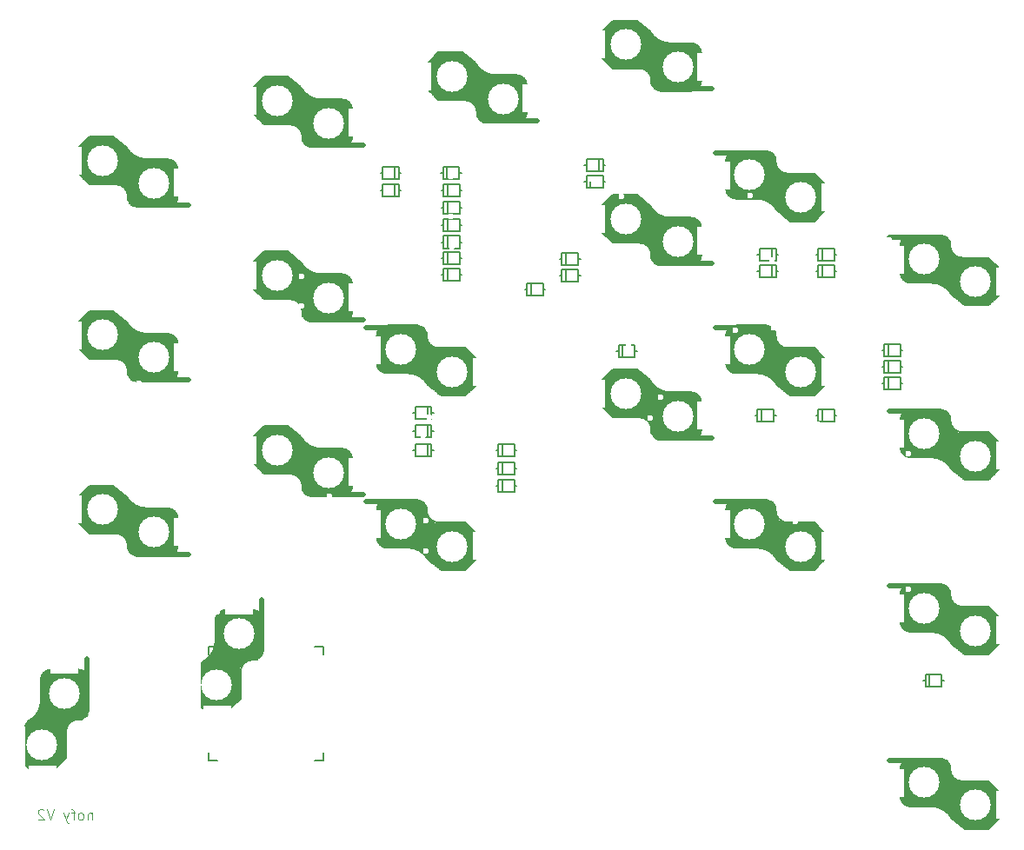
<source format=gbr>
%TF.GenerationSoftware,KiCad,Pcbnew,9.0.0*%
%TF.CreationDate,2025-04-19T15:35:31+09:00*%
%TF.ProjectId,nofy_V2_R,6e6f6679-5f56-4325-9f52-2e6b69636164,rev?*%
%TF.SameCoordinates,Original*%
%TF.FileFunction,Legend,Bot*%
%TF.FilePolarity,Positive*%
%FSLAX46Y46*%
G04 Gerber Fmt 4.6, Leading zero omitted, Abs format (unit mm)*
G04 Created by KiCad (PCBNEW 9.0.0) date 2025-04-19 15:35:31*
%MOMM*%
%LPD*%
G01*
G04 APERTURE LIST*
%ADD10C,0.125000*%
%ADD11C,0.200000*%
%ADD12C,0.150000*%
%ADD13C,0.500000*%
%ADD14R,1.200000X0.950000*%
%ADD15C,3.000000*%
%ADD16C,4.800000*%
%ADD17R,3.000000X2.800000*%
%ADD18R,2.850000X2.750000*%
%ADD19C,1.700000*%
%ADD20O,1.700000X1.700000*%
%ADD21C,2.200000*%
%ADD22R,1.700000X1.700000*%
%ADD23R,2.800000X3.000000*%
%ADD24R,2.750000X2.850000*%
%ADD25C,2.000000*%
%ADD26C,0.600000*%
G04 APERTURE END LIST*
D10*
X27792168Y-96780302D02*
X27792168Y-97446969D01*
X27792168Y-96875540D02*
X27744549Y-96827921D01*
X27744549Y-96827921D02*
X27649311Y-96780302D01*
X27649311Y-96780302D02*
X27506454Y-96780302D01*
X27506454Y-96780302D02*
X27411216Y-96827921D01*
X27411216Y-96827921D02*
X27363597Y-96923159D01*
X27363597Y-96923159D02*
X27363597Y-97446969D01*
X26744549Y-97446969D02*
X26839787Y-97399350D01*
X26839787Y-97399350D02*
X26887406Y-97351730D01*
X26887406Y-97351730D02*
X26935025Y-97256492D01*
X26935025Y-97256492D02*
X26935025Y-96970778D01*
X26935025Y-96970778D02*
X26887406Y-96875540D01*
X26887406Y-96875540D02*
X26839787Y-96827921D01*
X26839787Y-96827921D02*
X26744549Y-96780302D01*
X26744549Y-96780302D02*
X26601692Y-96780302D01*
X26601692Y-96780302D02*
X26506454Y-96827921D01*
X26506454Y-96827921D02*
X26458835Y-96875540D01*
X26458835Y-96875540D02*
X26411216Y-96970778D01*
X26411216Y-96970778D02*
X26411216Y-97256492D01*
X26411216Y-97256492D02*
X26458835Y-97351730D01*
X26458835Y-97351730D02*
X26506454Y-97399350D01*
X26506454Y-97399350D02*
X26601692Y-97446969D01*
X26601692Y-97446969D02*
X26744549Y-97446969D01*
X26125501Y-96780302D02*
X25744549Y-96780302D01*
X25982644Y-97446969D02*
X25982644Y-96589826D01*
X25982644Y-96589826D02*
X25935025Y-96494588D01*
X25935025Y-96494588D02*
X25839787Y-96446969D01*
X25839787Y-96446969D02*
X25744549Y-96446969D01*
X25506453Y-96780302D02*
X25268358Y-97446969D01*
X25030263Y-96780302D02*
X25268358Y-97446969D01*
X25268358Y-97446969D02*
X25363596Y-97685064D01*
X25363596Y-97685064D02*
X25411215Y-97732683D01*
X25411215Y-97732683D02*
X25506453Y-97780302D01*
X24030262Y-96446969D02*
X23696929Y-97446969D01*
X23696929Y-97446969D02*
X23363596Y-96446969D01*
X23077881Y-96542207D02*
X23030262Y-96494588D01*
X23030262Y-96494588D02*
X22935024Y-96446969D01*
X22935024Y-96446969D02*
X22696929Y-96446969D01*
X22696929Y-96446969D02*
X22601691Y-96494588D01*
X22601691Y-96494588D02*
X22554072Y-96542207D01*
X22554072Y-96542207D02*
X22506453Y-96637445D01*
X22506453Y-96637445D02*
X22506453Y-96732683D01*
X22506453Y-96732683D02*
X22554072Y-96875540D01*
X22554072Y-96875540D02*
X23125500Y-97446969D01*
X23125500Y-97446969D02*
X22506453Y-97446969D01*
D11*
%TO.C,DS10*%
X92395343Y-58075850D02*
X92593781Y-58075850D01*
X92593781Y-58671164D02*
X94181285Y-58671164D01*
X92593781Y-57480536D02*
X92593781Y-58671164D01*
X92990657Y-58671164D02*
X92990657Y-57480536D01*
X94181285Y-58671164D02*
X94181285Y-57480536D01*
X94181285Y-58075850D02*
X94379723Y-58075850D01*
X94181285Y-57480536D02*
X92593781Y-57480536D01*
%TO.C,DI7*%
X61795343Y-36175850D02*
X61993781Y-36175850D01*
X61993781Y-36771164D02*
X63581285Y-36771164D01*
X61993781Y-35580536D02*
X61993781Y-36771164D01*
X62390657Y-36771164D02*
X62390657Y-35580536D01*
X63581285Y-36771164D02*
X63581285Y-35580536D01*
X63581285Y-36175850D02*
X63779723Y-36175850D01*
X63581285Y-35580536D02*
X61993781Y-35580536D01*
%TO.C,D37*%
X67145343Y-64925850D02*
X67343781Y-64925850D01*
X67343781Y-65521164D02*
X68931285Y-65521164D01*
X67343781Y-64330536D02*
X67343781Y-65521164D01*
X67740657Y-65521164D02*
X67740657Y-64330536D01*
X68931285Y-65521164D02*
X68931285Y-64330536D01*
X68931285Y-64925850D02*
X69129723Y-64925850D01*
X68931285Y-64330536D02*
X67343781Y-64330536D01*
%TO.C,DS8*%
X69945343Y-45825850D02*
X70143781Y-45825850D01*
X70143781Y-46421164D02*
X71731285Y-46421164D01*
X70143781Y-45230536D02*
X70143781Y-46421164D01*
X70540657Y-46421164D02*
X70540657Y-45230536D01*
X71731285Y-46421164D02*
X71731285Y-45230536D01*
X71731285Y-45825850D02*
X71929723Y-45825850D01*
X71731285Y-45230536D02*
X70143781Y-45230536D01*
%TO.C,D32*%
X67145343Y-61425850D02*
X67343781Y-61425850D01*
X67343781Y-62021164D02*
X68931285Y-62021164D01*
X67343781Y-60830536D02*
X67343781Y-62021164D01*
X67740657Y-62021164D02*
X67740657Y-60830536D01*
X68931285Y-62021164D02*
X68931285Y-60830536D01*
X68931285Y-61425850D02*
X69129723Y-61425850D01*
X68931285Y-60830536D02*
X67343781Y-60830536D01*
%TO.C,D49*%
X104745343Y-53325850D02*
X104943781Y-53325850D01*
X104943781Y-53921164D02*
X106531285Y-53921164D01*
X104943781Y-52730536D02*
X104943781Y-53921164D01*
X105340657Y-53921164D02*
X105340657Y-52730536D01*
X106531285Y-53921164D02*
X106531285Y-52730536D01*
X106531285Y-53325850D02*
X106729723Y-53325850D01*
X106531285Y-52730536D02*
X104943781Y-52730536D01*
%TO.C,D36*%
X73345343Y-44425850D02*
X73543781Y-44425850D01*
X73543781Y-45021164D02*
X75131285Y-45021164D01*
X73543781Y-43830536D02*
X73543781Y-45021164D01*
X73940657Y-45021164D02*
X73940657Y-43830536D01*
X75131285Y-45021164D02*
X75131285Y-43830536D01*
X75131285Y-44425850D02*
X75329723Y-44425850D01*
X75131285Y-43830536D02*
X73543781Y-43830536D01*
%TO.C,D31*%
X57879657Y-36175850D02*
X57681219Y-36175850D01*
X57681219Y-35580536D02*
X56093715Y-35580536D01*
X57681219Y-36771164D02*
X57681219Y-35580536D01*
X57284343Y-35580536D02*
X57284343Y-36771164D01*
X56093715Y-35580536D02*
X56093715Y-36771164D01*
X56093715Y-36175850D02*
X55895277Y-36175850D01*
X56093715Y-36771164D02*
X57681219Y-36771164D01*
%TO.C,DI9*%
X61795343Y-39557150D02*
X61993781Y-39557150D01*
X61993781Y-40152464D02*
X63581285Y-40152464D01*
X61993781Y-38961836D02*
X61993781Y-40152464D01*
X62390657Y-40152464D02*
X62390657Y-38961836D01*
X63581285Y-40152464D02*
X63581285Y-38961836D01*
X63581285Y-39557150D02*
X63779723Y-39557150D01*
X63581285Y-38961836D02*
X61993781Y-38961836D01*
%TO.C,D47*%
X61768743Y-34475850D02*
X61967181Y-34475850D01*
X61967181Y-35071164D02*
X63554685Y-35071164D01*
X61967181Y-33880536D02*
X61967181Y-35071164D01*
X62364057Y-35071164D02*
X62364057Y-33880536D01*
X63554685Y-35071164D02*
X63554685Y-33880536D01*
X63554685Y-34475850D02*
X63753123Y-34475850D01*
X63554685Y-33880536D02*
X61967181Y-33880536D01*
%TO.C,D51*%
X108745343Y-83925850D02*
X108943781Y-83925850D01*
X108943781Y-84521164D02*
X110531285Y-84521164D01*
X108943781Y-83330536D02*
X108943781Y-84521164D01*
X109340657Y-84521164D02*
X109340657Y-83330536D01*
X110531285Y-84521164D02*
X110531285Y-83330536D01*
X110531285Y-83925850D02*
X110729723Y-83925850D01*
X110531285Y-83330536D02*
X108943781Y-83330536D01*
%TO.C,D41*%
X94579657Y-44025850D02*
X94381219Y-44025850D01*
X94381219Y-43430536D02*
X92793715Y-43430536D01*
X94381219Y-44621164D02*
X94381219Y-43430536D01*
X93984343Y-43430536D02*
X93984343Y-44621164D01*
X92793715Y-43430536D02*
X92793715Y-44621164D01*
X92793715Y-44025850D02*
X92595277Y-44025850D01*
X92793715Y-44621164D02*
X94381219Y-44621164D01*
%TO.C,DS7*%
X75745343Y-35325850D02*
X75943781Y-35325850D01*
X75943781Y-35921164D02*
X77531285Y-35921164D01*
X75943781Y-34730536D02*
X75943781Y-35921164D01*
X76340657Y-35921164D02*
X76340657Y-34730536D01*
X77531285Y-35921164D02*
X77531285Y-34730536D01*
X77531285Y-35325850D02*
X77729723Y-35325850D01*
X77531285Y-34730536D02*
X75943781Y-34730536D01*
%TO.C,D35*%
X73345343Y-42825850D02*
X73543781Y-42825850D01*
X73543781Y-43421164D02*
X75131285Y-43421164D01*
X73543781Y-42230536D02*
X73543781Y-43421164D01*
X73940657Y-43421164D02*
X73940657Y-42230536D01*
X75131285Y-43421164D02*
X75131285Y-42230536D01*
X75131285Y-42825850D02*
X75329723Y-42825850D01*
X75131285Y-42230536D02*
X73543781Y-42230536D01*
%TO.C,DS9*%
X78871843Y-51825850D02*
X79070281Y-51825850D01*
X79070281Y-52421164D02*
X80657785Y-52421164D01*
X79070281Y-51230536D02*
X79070281Y-52421164D01*
X79467157Y-52421164D02*
X79467157Y-51230536D01*
X80657785Y-52421164D02*
X80657785Y-51230536D01*
X80657785Y-51825850D02*
X80856223Y-51825850D01*
X80657785Y-51230536D02*
X79070281Y-51230536D01*
%TO.C,D40*%
X94579657Y-42425850D02*
X94381219Y-42425850D01*
X94381219Y-41830536D02*
X92793715Y-41830536D01*
X94381219Y-43021164D02*
X94381219Y-41830536D01*
X93984343Y-41830536D02*
X93984343Y-43021164D01*
X92793715Y-41830536D02*
X92793715Y-43021164D01*
X92793715Y-42425850D02*
X92595277Y-42425850D01*
X92793715Y-43021164D02*
X94381219Y-43021164D01*
%TO.C,DI10*%
X61795343Y-41175850D02*
X61993781Y-41175850D01*
X61993781Y-41771164D02*
X63581285Y-41771164D01*
X61993781Y-40580536D02*
X61993781Y-41771164D01*
X62390657Y-41771164D02*
X62390657Y-40580536D01*
X63581285Y-41771164D02*
X63581285Y-40580536D01*
X63581285Y-41175850D02*
X63779723Y-41175850D01*
X63581285Y-40580536D02*
X61993781Y-40580536D01*
%TO.C,DI11*%
X61795343Y-42775850D02*
X61993781Y-42775850D01*
X61993781Y-43371164D02*
X63581285Y-43371164D01*
X61993781Y-42180536D02*
X61993781Y-43371164D01*
X62390657Y-43371164D02*
X62390657Y-42180536D01*
X63581285Y-43371164D02*
X63581285Y-42180536D01*
X63581285Y-42775850D02*
X63779723Y-42775850D01*
X63581285Y-42180536D02*
X61993781Y-42180536D01*
%TO.C,D48*%
X104745343Y-51716450D02*
X104943781Y-51716450D01*
X104943781Y-52311764D02*
X106531285Y-52311764D01*
X104943781Y-51121136D02*
X104943781Y-52311764D01*
X105340657Y-52311764D02*
X105340657Y-51121136D01*
X106531285Y-52311764D02*
X106531285Y-51121136D01*
X106531285Y-51716450D02*
X106729723Y-51716450D01*
X106531285Y-51121136D02*
X104943781Y-51121136D01*
%TO.C,D33*%
X67145343Y-63225850D02*
X67343781Y-63225850D01*
X67343781Y-63821164D02*
X68931285Y-63821164D01*
X67343781Y-62630536D02*
X67343781Y-63821164D01*
X67740657Y-63821164D02*
X67740657Y-62630536D01*
X68931285Y-63821164D02*
X68931285Y-62630536D01*
X68931285Y-63225850D02*
X69129723Y-63225850D01*
X68931285Y-62630536D02*
X67343781Y-62630536D01*
%TO.C,D45*%
X98295343Y-44025850D02*
X98493781Y-44025850D01*
X98493781Y-44621164D02*
X100081285Y-44621164D01*
X98493781Y-43430536D02*
X98493781Y-44621164D01*
X98890657Y-44621164D02*
X98890657Y-43430536D01*
X100081285Y-44621164D02*
X100081285Y-43430536D01*
X100081285Y-44025850D02*
X100279723Y-44025850D01*
X100081285Y-43430536D02*
X98493781Y-43430536D01*
%TO.C,D46*%
X98295343Y-58075850D02*
X98493781Y-58075850D01*
X98493781Y-58671164D02*
X100081285Y-58671164D01*
X98493781Y-57480536D02*
X98493781Y-58671164D01*
X98890657Y-58671164D02*
X98890657Y-57480536D01*
X100081285Y-58671164D02*
X100081285Y-57480536D01*
X100081285Y-58075850D02*
X100279723Y-58075850D01*
X100081285Y-57480536D02*
X98493781Y-57480536D01*
%TO.C,D29*%
X61029657Y-59625850D02*
X60831219Y-59625850D01*
X60831219Y-59030536D02*
X59243715Y-59030536D01*
X60831219Y-60221164D02*
X60831219Y-59030536D01*
X60434343Y-59030536D02*
X60434343Y-60221164D01*
X59243715Y-59030536D02*
X59243715Y-60221164D01*
X59243715Y-59625850D02*
X59045277Y-59625850D01*
X59243715Y-60221164D02*
X60831219Y-60221164D01*
%TO.C,D39*%
X77729657Y-33675850D02*
X77531219Y-33675850D01*
X77531219Y-33080536D02*
X75943715Y-33080536D01*
X77531219Y-34271164D02*
X77531219Y-33080536D01*
X77134343Y-33080536D02*
X77134343Y-34271164D01*
X75943715Y-33080536D02*
X75943715Y-34271164D01*
X75943715Y-33675850D02*
X75745277Y-33675850D01*
X75943715Y-34271164D02*
X77531219Y-34271164D01*
%TO.C,D44*%
X98295343Y-42425850D02*
X98493781Y-42425850D01*
X98493781Y-43021164D02*
X100081285Y-43021164D01*
X98493781Y-41830536D02*
X98493781Y-43021164D01*
X98890657Y-43021164D02*
X98890657Y-41830536D01*
X100081285Y-43021164D02*
X100081285Y-41830536D01*
X100081285Y-42425850D02*
X100279723Y-42425850D01*
X100081285Y-41830536D02*
X98493781Y-41830536D01*
%TO.C,D43*%
X57879657Y-34475850D02*
X57681219Y-34475850D01*
X57681219Y-33880536D02*
X56093715Y-33880536D01*
X57681219Y-35071164D02*
X57681219Y-33880536D01*
X57284343Y-33880536D02*
X57284343Y-35071164D01*
X56093715Y-33880536D02*
X56093715Y-35071164D01*
X56093715Y-34475850D02*
X55895277Y-34475850D01*
X56093715Y-35071164D02*
X57681219Y-35071164D01*
%TO.C,D30*%
X61029657Y-61425850D02*
X60831219Y-61425850D01*
X60831219Y-60830536D02*
X59243715Y-60830536D01*
X60831219Y-62021164D02*
X60831219Y-60830536D01*
X60434343Y-60830536D02*
X60434343Y-62021164D01*
X59243715Y-60830536D02*
X59243715Y-62021164D01*
X59243715Y-61425850D02*
X59045277Y-61425850D01*
X59243715Y-62021164D02*
X60831219Y-62021164D01*
%TO.C,DI8*%
X61795343Y-37857150D02*
X61993781Y-37857150D01*
X61993781Y-38452464D02*
X63581285Y-38452464D01*
X61993781Y-37261836D02*
X61993781Y-38452464D01*
X62390657Y-38452464D02*
X62390657Y-37261836D01*
X63581285Y-38452464D02*
X63581285Y-37261836D01*
X63581285Y-37857150D02*
X63779723Y-37857150D01*
X63581285Y-37261836D02*
X61993781Y-37261836D01*
%TO.C,D50*%
X104745343Y-54907150D02*
X104943781Y-54907150D01*
X104943781Y-55502464D02*
X106531285Y-55502464D01*
X104943781Y-54311836D02*
X104943781Y-55502464D01*
X105340657Y-55502464D02*
X105340657Y-54311836D01*
X106531285Y-55502464D02*
X106531285Y-54311836D01*
X106531285Y-54907150D02*
X106729723Y-54907150D01*
X106531285Y-54311836D02*
X104943781Y-54311836D01*
%TO.C,D28*%
X61029657Y-57825850D02*
X60831219Y-57825850D01*
X60831219Y-57230536D02*
X59243715Y-57230536D01*
X60831219Y-58421164D02*
X60831219Y-57230536D01*
X60434343Y-57230536D02*
X60434343Y-58421164D01*
X59243715Y-57230536D02*
X59243715Y-58421164D01*
X59243715Y-57825850D02*
X59045277Y-57825850D01*
X59243715Y-58421164D02*
X60831219Y-58421164D01*
%TO.C,DS11*%
X61795343Y-44375850D02*
X61993781Y-44375850D01*
X61993781Y-44971164D02*
X63581285Y-44971164D01*
X61993781Y-43780536D02*
X61993781Y-44971164D01*
X62390657Y-44971164D02*
X62390657Y-43780536D01*
X63581285Y-44971164D02*
X63581285Y-43780536D01*
X63581285Y-44375850D02*
X63779723Y-44375850D01*
X63581285Y-43780536D02*
X61993781Y-43780536D01*
D12*
%TO.C,SW36*%
X43512500Y-60100850D02*
X44512500Y-59100850D01*
X43512500Y-62750850D02*
X43512500Y-60100850D01*
X43512500Y-62750850D02*
X44512500Y-63750850D01*
X43662500Y-59955850D02*
X43662500Y-62885850D01*
X43762500Y-59875850D02*
X43762500Y-62995850D01*
X43862500Y-59765850D02*
X43862500Y-63095850D01*
X43962500Y-59665850D02*
X43962500Y-63195850D01*
X44112500Y-59505850D02*
X44112500Y-63335850D01*
X44262500Y-59375850D02*
X44262500Y-63495850D01*
X44412500Y-59235850D02*
X44412500Y-63625850D01*
X44512500Y-59100850D02*
X46837500Y-59100850D01*
X44512500Y-63750850D02*
X47087500Y-63750850D01*
X44562500Y-59125850D02*
X44562500Y-63725850D01*
X44712500Y-59125850D02*
X44712500Y-63725850D01*
X44862500Y-59125850D02*
X44862500Y-63725850D01*
X45012500Y-59125850D02*
X45012500Y-63725850D01*
X45162500Y-59125850D02*
X45162500Y-63725850D01*
X45312500Y-59125850D02*
X45312500Y-63725850D01*
X45462500Y-59125850D02*
X45462500Y-63725850D01*
X45612500Y-59125850D02*
X45612500Y-63725850D01*
X45762500Y-59125850D02*
X45762500Y-63725850D01*
X45912500Y-59125850D02*
X45912500Y-63725850D01*
X46062500Y-59125850D02*
X46062500Y-63725850D01*
X46212500Y-59125850D02*
X46212500Y-63725850D01*
X46362500Y-59125850D02*
X46362500Y-63725850D01*
X46512500Y-59125850D02*
X46512500Y-63725850D01*
X46662500Y-59125850D02*
X46662500Y-63725850D01*
X46812500Y-59125850D02*
X46812500Y-63725850D01*
X46962500Y-59215850D02*
X46962500Y-63675850D01*
X47112500Y-59335850D02*
X47112500Y-63725850D01*
X47262500Y-59445850D02*
X47262500Y-63725850D01*
X47412500Y-59565850D02*
X47412500Y-63725850D01*
X47562500Y-59705850D02*
X47562500Y-63825850D01*
X47702500Y-59805850D02*
X47712500Y-63875850D01*
X47812500Y-59895850D02*
X47812500Y-63925850D01*
X47912500Y-59975850D02*
X47912500Y-63975850D01*
X48012500Y-60055850D02*
X48012500Y-64075850D01*
X48112500Y-60125850D02*
X46837500Y-59100850D01*
X48112500Y-60125850D02*
X48112500Y-64275850D01*
X48212500Y-60305850D02*
X48212500Y-64425850D01*
X48262500Y-64925850D02*
X48262500Y-65248963D01*
X48312500Y-60475850D02*
X48312500Y-65375850D01*
X48462500Y-60625850D02*
X48462500Y-65575850D01*
X48612500Y-60775850D02*
X48612500Y-65765850D01*
X48762500Y-60875850D02*
X48762500Y-65845850D01*
X48912500Y-60975850D02*
X48912500Y-65895850D01*
X49062500Y-61075850D02*
X49062500Y-65925850D01*
X49123704Y-65950850D02*
X52087500Y-65950850D01*
X49212500Y-61125850D02*
X49212500Y-65945850D01*
X49362500Y-61225850D02*
X49362500Y-65935850D01*
X49512500Y-61275850D02*
X49512500Y-65875850D01*
X49662500Y-61275850D02*
X49662500Y-65925850D01*
X49812500Y-61285850D02*
X49812500Y-65925850D01*
X49962500Y-61325850D02*
X49962500Y-65875850D01*
X50112500Y-61300850D02*
X52087500Y-61300850D01*
X50112500Y-61325850D02*
X50112500Y-65925850D01*
X50262500Y-61325850D02*
X50262500Y-65925850D01*
X50412500Y-61325850D02*
X50412500Y-65925850D01*
X50562500Y-61325850D02*
X50562500Y-65925850D01*
X50712500Y-61325850D02*
X50712500Y-65925850D01*
X50862500Y-61325850D02*
X50862500Y-65925850D01*
X51012500Y-61325850D02*
X51012500Y-65925850D01*
X51162500Y-61325850D02*
X51162500Y-65925850D01*
X51312500Y-61325850D02*
X51312500Y-65925850D01*
X51462500Y-61325850D02*
X51462500Y-65925850D01*
X51612500Y-61325850D02*
X51612500Y-65925850D01*
D13*
X51612500Y-65770850D02*
X54162500Y-65770850D01*
D12*
X51762500Y-61325850D02*
X51762500Y-65925850D01*
X51912500Y-61325850D02*
X51912500Y-65925850D01*
X52062500Y-61325850D02*
X52062500Y-65925850D01*
X52212500Y-61315850D02*
X52212500Y-65825850D01*
X52362500Y-61355850D02*
X52362500Y-65675850D01*
X52512500Y-61405850D02*
X52512500Y-65525850D01*
X52662500Y-61485850D02*
X52662500Y-65625850D01*
X52812500Y-61625850D02*
X52812500Y-65595850D01*
X52962500Y-61795850D02*
X52962500Y-65475850D01*
X53117500Y-64950850D02*
X53117500Y-62300850D01*
X47087500Y-63750850D02*
G75*
G02*
X48262500Y-64925850I-2J-1175002D01*
G01*
X49123704Y-65950850D02*
G75*
G02*
X48262500Y-65248963I38796J926887D01*
G01*
X50112500Y-61308392D02*
G75*
G02*
X48112500Y-60125850I2J2282546D01*
G01*
X52117500Y-61300850D02*
G75*
G02*
X53117500Y-62300850I1J-999999D01*
G01*
X53117500Y-64950850D02*
G75*
G02*
X52117500Y-65950850I-999999J-1D01*
G01*
%TO.C,SW45*%
X77512500Y-54600850D02*
X78512500Y-53600850D01*
X77512500Y-57250850D02*
X77512500Y-54600850D01*
X77512500Y-57250850D02*
X78512500Y-58250850D01*
X77662500Y-54455850D02*
X77662500Y-57385850D01*
X77762500Y-54375850D02*
X77762500Y-57495850D01*
X77862500Y-54265850D02*
X77862500Y-57595850D01*
X77962500Y-54165850D02*
X77962500Y-57695850D01*
X78112500Y-54005850D02*
X78112500Y-57835850D01*
X78262500Y-53875850D02*
X78262500Y-57995850D01*
X78412500Y-53735850D02*
X78412500Y-58125850D01*
X78512500Y-53600850D02*
X80837500Y-53600850D01*
X78512500Y-58250850D02*
X81087500Y-58250850D01*
X78562500Y-53625850D02*
X78562500Y-58225850D01*
X78712500Y-53625850D02*
X78712500Y-58225850D01*
X78862500Y-53625850D02*
X78862500Y-58225850D01*
X79012500Y-53625850D02*
X79012500Y-58225850D01*
X79162500Y-53625850D02*
X79162500Y-58225850D01*
X79312500Y-53625850D02*
X79312500Y-58225850D01*
X79462500Y-53625850D02*
X79462500Y-58225850D01*
X79612500Y-53625850D02*
X79612500Y-58225850D01*
X79762500Y-53625850D02*
X79762500Y-58225850D01*
X79912500Y-53625850D02*
X79912500Y-58225850D01*
X80062500Y-53625850D02*
X80062500Y-58225850D01*
X80212500Y-53625850D02*
X80212500Y-58225850D01*
X80362500Y-53625850D02*
X80362500Y-58225850D01*
X80512500Y-53625850D02*
X80512500Y-58225850D01*
X80662500Y-53625850D02*
X80662500Y-58225850D01*
X80812500Y-53625850D02*
X80812500Y-58225850D01*
X80962500Y-53715850D02*
X80962500Y-58175850D01*
X81112500Y-53835850D02*
X81112500Y-58225850D01*
X81262500Y-53945850D02*
X81262500Y-58225850D01*
X81412500Y-54065850D02*
X81412500Y-58225850D01*
X81562500Y-54205850D02*
X81562500Y-58325850D01*
X81702500Y-54305850D02*
X81712500Y-58375850D01*
X81812500Y-54395850D02*
X81812500Y-58425850D01*
X81912500Y-54475850D02*
X81912500Y-58475850D01*
X82012500Y-54555850D02*
X82012500Y-58575850D01*
X82112500Y-54625850D02*
X80837500Y-53600850D01*
X82112500Y-54625850D02*
X82112500Y-58775850D01*
X82212500Y-54805850D02*
X82212500Y-58925850D01*
X82262500Y-59425850D02*
X82262500Y-59748963D01*
X82312500Y-54975850D02*
X82312500Y-59875850D01*
X82462500Y-55125850D02*
X82462500Y-60075850D01*
X82612500Y-55275850D02*
X82612500Y-60265850D01*
X82762500Y-55375850D02*
X82762500Y-60345850D01*
X82912500Y-55475850D02*
X82912500Y-60395850D01*
X83062500Y-55575850D02*
X83062500Y-60425850D01*
X83123704Y-60450850D02*
X86087500Y-60450850D01*
X83212500Y-55625850D02*
X83212500Y-60445850D01*
X83362500Y-55725850D02*
X83362500Y-60435850D01*
X83512500Y-55775850D02*
X83512500Y-60375850D01*
X83662500Y-55775850D02*
X83662500Y-60425850D01*
X83812500Y-55785850D02*
X83812500Y-60425850D01*
X83962500Y-55825850D02*
X83962500Y-60375850D01*
X84112500Y-55800850D02*
X86087500Y-55800850D01*
X84112500Y-55825850D02*
X84112500Y-60425850D01*
X84262500Y-55825850D02*
X84262500Y-60425850D01*
X84412500Y-55825850D02*
X84412500Y-60425850D01*
X84562500Y-55825850D02*
X84562500Y-60425850D01*
X84712500Y-55825850D02*
X84712500Y-60425850D01*
X84862500Y-55825850D02*
X84862500Y-60425850D01*
X85012500Y-55825850D02*
X85012500Y-60425850D01*
X85162500Y-55825850D02*
X85162500Y-60425850D01*
X85312500Y-55825850D02*
X85312500Y-60425850D01*
X85462500Y-55825850D02*
X85462500Y-60425850D01*
X85612500Y-55825850D02*
X85612500Y-60425850D01*
D13*
X85612500Y-60270850D02*
X88162500Y-60270850D01*
D12*
X85762500Y-55825850D02*
X85762500Y-60425850D01*
X85912500Y-55825850D02*
X85912500Y-60425850D01*
X86062500Y-55825850D02*
X86062500Y-60425850D01*
X86212500Y-55815850D02*
X86212500Y-60325850D01*
X86362500Y-55855850D02*
X86362500Y-60175850D01*
X86512500Y-55905850D02*
X86512500Y-60025850D01*
X86662500Y-55985850D02*
X86662500Y-60125850D01*
X86812500Y-56125850D02*
X86812500Y-60095850D01*
X86962500Y-56295850D02*
X86962500Y-59975850D01*
X87117500Y-59450850D02*
X87117500Y-56800850D01*
X81087500Y-58250850D02*
G75*
G02*
X82262500Y-59425850I-2J-1175002D01*
G01*
X83123704Y-60450850D02*
G75*
G02*
X82262500Y-59748963I38796J926887D01*
G01*
X84112500Y-55808392D02*
G75*
G02*
X82112500Y-54625850I2J2282546D01*
G01*
X86117500Y-55800850D02*
G75*
G02*
X87117500Y-56800850I1J-999999D01*
G01*
X87117500Y-59450850D02*
G75*
G02*
X86117500Y-60450850I-999999J-1D01*
G01*
%TO.C,SW49*%
X89507500Y-50300850D02*
X89507500Y-52950850D01*
X89662500Y-53455850D02*
X89662500Y-49775850D01*
X89812500Y-53625850D02*
X89812500Y-49655850D01*
X89962500Y-53765850D02*
X89962500Y-49625850D01*
X90112500Y-53845850D02*
X90112500Y-49725850D01*
X90262500Y-53895850D02*
X90262500Y-49575850D01*
X90412500Y-53935850D02*
X90412500Y-49425850D01*
X90562500Y-53925850D02*
X90562500Y-49325850D01*
X90712500Y-53925850D02*
X90712500Y-49325850D01*
X90862500Y-53925850D02*
X90862500Y-49325850D01*
D13*
X91012500Y-49480850D02*
X88462500Y-49480850D01*
D12*
X91012500Y-53925850D02*
X91012500Y-49325850D01*
X91162500Y-53925850D02*
X91162500Y-49325850D01*
X91312500Y-53925850D02*
X91312500Y-49325850D01*
X91462500Y-53925850D02*
X91462500Y-49325850D01*
X91612500Y-53925850D02*
X91612500Y-49325850D01*
X91762500Y-53925850D02*
X91762500Y-49325850D01*
X91912500Y-53925850D02*
X91912500Y-49325850D01*
X92062500Y-53925850D02*
X92062500Y-49325850D01*
X92212500Y-53925850D02*
X92212500Y-49325850D01*
X92362500Y-53925850D02*
X92362500Y-49325850D01*
X92512500Y-53925850D02*
X92512500Y-49325850D01*
X92512500Y-53950850D02*
X90537500Y-53950850D01*
X92662500Y-53925850D02*
X92662500Y-49375850D01*
X92812500Y-53965850D02*
X92812500Y-49325850D01*
X92962500Y-53975850D02*
X92962500Y-49325850D01*
X93112500Y-53975850D02*
X93112500Y-49375850D01*
X93262500Y-54025850D02*
X93262500Y-49315850D01*
X93412500Y-54125850D02*
X93412500Y-49305850D01*
X93501296Y-49300850D02*
X90537500Y-49300850D01*
X93562500Y-54175850D02*
X93562500Y-49325850D01*
X93712500Y-54275850D02*
X93712500Y-49355850D01*
X93862500Y-54375850D02*
X93862500Y-49405850D01*
X94012500Y-54475850D02*
X94012500Y-49485850D01*
X94162500Y-54625850D02*
X94162500Y-49675850D01*
X94312500Y-54775850D02*
X94312500Y-49875850D01*
X94362500Y-50325850D02*
X94362500Y-50002737D01*
X94412500Y-54945850D02*
X94412500Y-50825850D01*
X94512500Y-55125850D02*
X94512500Y-50975850D01*
X94512500Y-55125850D02*
X95787500Y-56150850D01*
X94612500Y-55195850D02*
X94612500Y-51175850D01*
X94712500Y-55275850D02*
X94712500Y-51275850D01*
X94812500Y-55355850D02*
X94812500Y-51325850D01*
X94922500Y-55445850D02*
X94912500Y-51375850D01*
X95062500Y-55545850D02*
X95062500Y-51425850D01*
X95212500Y-55685850D02*
X95212500Y-51525850D01*
X95362500Y-55805850D02*
X95362500Y-51525850D01*
X95512500Y-55915850D02*
X95512500Y-51525850D01*
X95662500Y-56035850D02*
X95662500Y-51575850D01*
X95812500Y-56125850D02*
X95812500Y-51525850D01*
X95962500Y-56125850D02*
X95962500Y-51525850D01*
X96112500Y-56125850D02*
X96112500Y-51525850D01*
X96262500Y-56125850D02*
X96262500Y-51525850D01*
X96412500Y-56125850D02*
X96412500Y-51525850D01*
X96562500Y-56125850D02*
X96562500Y-51525850D01*
X96712500Y-56125850D02*
X96712500Y-51525850D01*
X96862500Y-56125850D02*
X96862500Y-51525850D01*
X97012500Y-56125850D02*
X97012500Y-51525850D01*
X97162500Y-56125850D02*
X97162500Y-51525850D01*
X97312500Y-56125850D02*
X97312500Y-51525850D01*
X97462500Y-56125850D02*
X97462500Y-51525850D01*
X97612500Y-56125850D02*
X97612500Y-51525850D01*
X97762500Y-56125850D02*
X97762500Y-51525850D01*
X97912500Y-56125850D02*
X97912500Y-51525850D01*
X98062500Y-56125850D02*
X98062500Y-51525850D01*
X98112500Y-51500850D02*
X95537500Y-51500850D01*
X98112500Y-56150850D02*
X95787500Y-56150850D01*
X98212500Y-56015850D02*
X98212500Y-51625850D01*
X98362500Y-55875850D02*
X98362500Y-51755850D01*
X98512500Y-55745850D02*
X98512500Y-51915850D01*
X98662500Y-55585850D02*
X98662500Y-52055850D01*
X98762500Y-55485850D02*
X98762500Y-52155850D01*
X98862500Y-55375850D02*
X98862500Y-52255850D01*
X98962500Y-55295850D02*
X98962500Y-52365850D01*
X99112500Y-52500850D02*
X98112500Y-51500850D01*
X99112500Y-52500850D02*
X99112500Y-55150850D01*
X99112500Y-55150850D02*
X98112500Y-56150850D01*
X89507500Y-50300850D02*
G75*
G02*
X90507500Y-49300850I999999J1D01*
G01*
X90507500Y-53950850D02*
G75*
G02*
X89507500Y-52950850I-1J999999D01*
G01*
X92512500Y-53943308D02*
G75*
G02*
X94512500Y-55125850I-2J-2282546D01*
G01*
X93501296Y-49300850D02*
G75*
G02*
X94362500Y-50002737I-38796J-926887D01*
G01*
X95537500Y-51500850D02*
G75*
G02*
X94362500Y-50325850I2J1175002D01*
G01*
%TO.C,SW33*%
X26512500Y-65900850D02*
X27512500Y-64900850D01*
X26512500Y-68550850D02*
X26512500Y-65900850D01*
X26512500Y-68550850D02*
X27512500Y-69550850D01*
X26662500Y-65755850D02*
X26662500Y-68685850D01*
X26762500Y-65675850D02*
X26762500Y-68795850D01*
X26862500Y-65565850D02*
X26862500Y-68895850D01*
X26962500Y-65465850D02*
X26962500Y-68995850D01*
X27112500Y-65305850D02*
X27112500Y-69135850D01*
X27262500Y-65175850D02*
X27262500Y-69295850D01*
X27412500Y-65035850D02*
X27412500Y-69425850D01*
X27512500Y-64900850D02*
X29837500Y-64900850D01*
X27512500Y-69550850D02*
X30087500Y-69550850D01*
X27562500Y-64925850D02*
X27562500Y-69525850D01*
X27712500Y-64925850D02*
X27712500Y-69525850D01*
X27862500Y-64925850D02*
X27862500Y-69525850D01*
X28012500Y-64925850D02*
X28012500Y-69525850D01*
X28162500Y-64925850D02*
X28162500Y-69525850D01*
X28312500Y-64925850D02*
X28312500Y-69525850D01*
X28462500Y-64925850D02*
X28462500Y-69525850D01*
X28612500Y-64925850D02*
X28612500Y-69525850D01*
X28762500Y-64925850D02*
X28762500Y-69525850D01*
X28912500Y-64925850D02*
X28912500Y-69525850D01*
X29062500Y-64925850D02*
X29062500Y-69525850D01*
X29212500Y-64925850D02*
X29212500Y-69525850D01*
X29362500Y-64925850D02*
X29362500Y-69525850D01*
X29512500Y-64925850D02*
X29512500Y-69525850D01*
X29662500Y-64925850D02*
X29662500Y-69525850D01*
X29812500Y-64925850D02*
X29812500Y-69525850D01*
X29962500Y-65015850D02*
X29962500Y-69475850D01*
X30112500Y-65135850D02*
X30112500Y-69525850D01*
X30262500Y-65245850D02*
X30262500Y-69525850D01*
X30412500Y-65365850D02*
X30412500Y-69525850D01*
X30562500Y-65505850D02*
X30562500Y-69625850D01*
X30702500Y-65605850D02*
X30712500Y-69675850D01*
X30812500Y-65695850D02*
X30812500Y-69725850D01*
X30912500Y-65775850D02*
X30912500Y-69775850D01*
X31012500Y-65855850D02*
X31012500Y-69875850D01*
X31112500Y-65925850D02*
X29837500Y-64900850D01*
X31112500Y-65925850D02*
X31112500Y-70075850D01*
X31212500Y-66105850D02*
X31212500Y-70225850D01*
X31262500Y-70725850D02*
X31262500Y-71048963D01*
X31312500Y-66275850D02*
X31312500Y-71175850D01*
X31462500Y-66425850D02*
X31462500Y-71375850D01*
X31612500Y-66575850D02*
X31612500Y-71565850D01*
X31762500Y-66675850D02*
X31762500Y-71645850D01*
X31912500Y-66775850D02*
X31912500Y-71695850D01*
X32062500Y-66875850D02*
X32062500Y-71725850D01*
X32123704Y-71750850D02*
X35087500Y-71750850D01*
X32212500Y-66925850D02*
X32212500Y-71745850D01*
X32362500Y-67025850D02*
X32362500Y-71735850D01*
X32512500Y-67075850D02*
X32512500Y-71675850D01*
X32662500Y-67075850D02*
X32662500Y-71725850D01*
X32812500Y-67085850D02*
X32812500Y-71725850D01*
X32962500Y-67125850D02*
X32962500Y-71675850D01*
X33112500Y-67100850D02*
X35087500Y-67100850D01*
X33112500Y-67125850D02*
X33112500Y-71725850D01*
X33262500Y-67125850D02*
X33262500Y-71725850D01*
X33412500Y-67125850D02*
X33412500Y-71725850D01*
X33562500Y-67125850D02*
X33562500Y-71725850D01*
X33712500Y-67125850D02*
X33712500Y-71725850D01*
X33862500Y-67125850D02*
X33862500Y-71725850D01*
X34012500Y-67125850D02*
X34012500Y-71725850D01*
X34162500Y-67125850D02*
X34162500Y-71725850D01*
X34312500Y-67125850D02*
X34312500Y-71725850D01*
X34462500Y-67125850D02*
X34462500Y-71725850D01*
X34612500Y-67125850D02*
X34612500Y-71725850D01*
D13*
X34612500Y-71570850D02*
X37162500Y-71570850D01*
D12*
X34762500Y-67125850D02*
X34762500Y-71725850D01*
X34912500Y-67125850D02*
X34912500Y-71725850D01*
X35062500Y-67125850D02*
X35062500Y-71725850D01*
X35212500Y-67115850D02*
X35212500Y-71625850D01*
X35362500Y-67155850D02*
X35362500Y-71475850D01*
X35512500Y-67205850D02*
X35512500Y-71325850D01*
X35662500Y-67285850D02*
X35662500Y-71425850D01*
X35812500Y-67425850D02*
X35812500Y-71395850D01*
X35962500Y-67595850D02*
X35962500Y-71275850D01*
X36117500Y-70750850D02*
X36117500Y-68100850D01*
X30087500Y-69550850D02*
G75*
G02*
X31262500Y-70725850I-2J-1175002D01*
G01*
X32123704Y-71750850D02*
G75*
G02*
X31262500Y-71048963I38796J926887D01*
G01*
X33112500Y-67108392D02*
G75*
G02*
X31112500Y-65925850I2J2282546D01*
G01*
X35117500Y-67100850D02*
G75*
G02*
X36117500Y-68100850I1J-999999D01*
G01*
X36117500Y-70750850D02*
G75*
G02*
X35117500Y-71750850I-999999J-1D01*
G01*
%TO.C,SW44*%
X77512500Y-37600850D02*
X78512500Y-36600850D01*
X77512500Y-40250850D02*
X77512500Y-37600850D01*
X77512500Y-40250850D02*
X78512500Y-41250850D01*
X77662500Y-37455850D02*
X77662500Y-40385850D01*
X77762500Y-37375850D02*
X77762500Y-40495850D01*
X77862500Y-37265850D02*
X77862500Y-40595850D01*
X77962500Y-37165850D02*
X77962500Y-40695850D01*
X78112500Y-37005850D02*
X78112500Y-40835850D01*
X78262500Y-36875850D02*
X78262500Y-40995850D01*
X78412500Y-36735850D02*
X78412500Y-41125850D01*
X78512500Y-36600850D02*
X80837500Y-36600850D01*
X78512500Y-41250850D02*
X81087500Y-41250850D01*
X78562500Y-36625850D02*
X78562500Y-41225850D01*
X78712500Y-36625850D02*
X78712500Y-41225850D01*
X78862500Y-36625850D02*
X78862500Y-41225850D01*
X79012500Y-36625850D02*
X79012500Y-41225850D01*
X79162500Y-36625850D02*
X79162500Y-41225850D01*
X79312500Y-36625850D02*
X79312500Y-41225850D01*
X79462500Y-36625850D02*
X79462500Y-41225850D01*
X79612500Y-36625850D02*
X79612500Y-41225850D01*
X79762500Y-36625850D02*
X79762500Y-41225850D01*
X79912500Y-36625850D02*
X79912500Y-41225850D01*
X80062500Y-36625850D02*
X80062500Y-41225850D01*
X80212500Y-36625850D02*
X80212500Y-41225850D01*
X80362500Y-36625850D02*
X80362500Y-41225850D01*
X80512500Y-36625850D02*
X80512500Y-41225850D01*
X80662500Y-36625850D02*
X80662500Y-41225850D01*
X80812500Y-36625850D02*
X80812500Y-41225850D01*
X80962500Y-36715850D02*
X80962500Y-41175850D01*
X81112500Y-36835850D02*
X81112500Y-41225850D01*
X81262500Y-36945850D02*
X81262500Y-41225850D01*
X81412500Y-37065850D02*
X81412500Y-41225850D01*
X81562500Y-37205850D02*
X81562500Y-41325850D01*
X81702500Y-37305850D02*
X81712500Y-41375850D01*
X81812500Y-37395850D02*
X81812500Y-41425850D01*
X81912500Y-37475850D02*
X81912500Y-41475850D01*
X82012500Y-37555850D02*
X82012500Y-41575850D01*
X82112500Y-37625850D02*
X80837500Y-36600850D01*
X82112500Y-37625850D02*
X82112500Y-41775850D01*
X82212500Y-37805850D02*
X82212500Y-41925850D01*
X82262500Y-42425850D02*
X82262500Y-42748963D01*
X82312500Y-37975850D02*
X82312500Y-42875850D01*
X82462500Y-38125850D02*
X82462500Y-43075850D01*
X82612500Y-38275850D02*
X82612500Y-43265850D01*
X82762500Y-38375850D02*
X82762500Y-43345850D01*
X82912500Y-38475850D02*
X82912500Y-43395850D01*
X83062500Y-38575850D02*
X83062500Y-43425850D01*
X83123704Y-43450850D02*
X86087500Y-43450850D01*
X83212500Y-38625850D02*
X83212500Y-43445850D01*
X83362500Y-38725850D02*
X83362500Y-43435850D01*
X83512500Y-38775850D02*
X83512500Y-43375850D01*
X83662500Y-38775850D02*
X83662500Y-43425850D01*
X83812500Y-38785850D02*
X83812500Y-43425850D01*
X83962500Y-38825850D02*
X83962500Y-43375850D01*
X84112500Y-38800850D02*
X86087500Y-38800850D01*
X84112500Y-38825850D02*
X84112500Y-43425850D01*
X84262500Y-38825850D02*
X84262500Y-43425850D01*
X84412500Y-38825850D02*
X84412500Y-43425850D01*
X84562500Y-38825850D02*
X84562500Y-43425850D01*
X84712500Y-38825850D02*
X84712500Y-43425850D01*
X84862500Y-38825850D02*
X84862500Y-43425850D01*
X85012500Y-38825850D02*
X85012500Y-43425850D01*
X85162500Y-38825850D02*
X85162500Y-43425850D01*
X85312500Y-38825850D02*
X85312500Y-43425850D01*
X85462500Y-38825850D02*
X85462500Y-43425850D01*
X85612500Y-38825850D02*
X85612500Y-43425850D01*
D13*
X85612500Y-43270850D02*
X88162500Y-43270850D01*
D12*
X85762500Y-38825850D02*
X85762500Y-43425850D01*
X85912500Y-38825850D02*
X85912500Y-43425850D01*
X86062500Y-38825850D02*
X86062500Y-43425850D01*
X86212500Y-38815850D02*
X86212500Y-43325850D01*
X86362500Y-38855850D02*
X86362500Y-43175850D01*
X86512500Y-38905850D02*
X86512500Y-43025850D01*
X86662500Y-38985850D02*
X86662500Y-43125850D01*
X86812500Y-39125850D02*
X86812500Y-43095850D01*
X86962500Y-39295850D02*
X86962500Y-42975850D01*
X87117500Y-42450850D02*
X87117500Y-39800850D01*
X81087500Y-41250850D02*
G75*
G02*
X82262500Y-42425850I-2J-1175002D01*
G01*
X83123704Y-43450850D02*
G75*
G02*
X82262500Y-42748963I38796J926887D01*
G01*
X84112500Y-38808392D02*
G75*
G02*
X82112500Y-37625850I2J2282546D01*
G01*
X86117500Y-38800850D02*
G75*
G02*
X87117500Y-39800850I1J-999999D01*
G01*
X87117500Y-42450850D02*
G75*
G02*
X86117500Y-43450850I-999999J-1D01*
G01*
%TO.C,SW40*%
X55507500Y-50300850D02*
X55507500Y-52950850D01*
X55662500Y-53455850D02*
X55662500Y-49775850D01*
X55812500Y-53625850D02*
X55812500Y-49655850D01*
X55962500Y-53765850D02*
X55962500Y-49625850D01*
X56112500Y-53845850D02*
X56112500Y-49725850D01*
X56262500Y-53895850D02*
X56262500Y-49575850D01*
X56412500Y-53935850D02*
X56412500Y-49425850D01*
X56562500Y-53925850D02*
X56562500Y-49325850D01*
X56712500Y-53925850D02*
X56712500Y-49325850D01*
X56862500Y-53925850D02*
X56862500Y-49325850D01*
D13*
X57012500Y-49480850D02*
X54462500Y-49480850D01*
D12*
X57012500Y-53925850D02*
X57012500Y-49325850D01*
X57162500Y-53925850D02*
X57162500Y-49325850D01*
X57312500Y-53925850D02*
X57312500Y-49325850D01*
X57462500Y-53925850D02*
X57462500Y-49325850D01*
X57612500Y-53925850D02*
X57612500Y-49325850D01*
X57762500Y-53925850D02*
X57762500Y-49325850D01*
X57912500Y-53925850D02*
X57912500Y-49325850D01*
X58062500Y-53925850D02*
X58062500Y-49325850D01*
X58212500Y-53925850D02*
X58212500Y-49325850D01*
X58362500Y-53925850D02*
X58362500Y-49325850D01*
X58512500Y-53925850D02*
X58512500Y-49325850D01*
X58512500Y-53950850D02*
X56537500Y-53950850D01*
X58662500Y-53925850D02*
X58662500Y-49375850D01*
X58812500Y-53965850D02*
X58812500Y-49325850D01*
X58962500Y-53975850D02*
X58962500Y-49325850D01*
X59112500Y-53975850D02*
X59112500Y-49375850D01*
X59262500Y-54025850D02*
X59262500Y-49315850D01*
X59412500Y-54125850D02*
X59412500Y-49305850D01*
X59501296Y-49300850D02*
X56537500Y-49300850D01*
X59562500Y-54175850D02*
X59562500Y-49325850D01*
X59712500Y-54275850D02*
X59712500Y-49355850D01*
X59862500Y-54375850D02*
X59862500Y-49405850D01*
X60012500Y-54475850D02*
X60012500Y-49485850D01*
X60162500Y-54625850D02*
X60162500Y-49675850D01*
X60312500Y-54775850D02*
X60312500Y-49875850D01*
X60362500Y-50325850D02*
X60362500Y-50002737D01*
X60412500Y-54945850D02*
X60412500Y-50825850D01*
X60512500Y-55125850D02*
X60512500Y-50975850D01*
X60512500Y-55125850D02*
X61787500Y-56150850D01*
X60612500Y-55195850D02*
X60612500Y-51175850D01*
X60712500Y-55275850D02*
X60712500Y-51275850D01*
X60812500Y-55355850D02*
X60812500Y-51325850D01*
X60922500Y-55445850D02*
X60912500Y-51375850D01*
X61062500Y-55545850D02*
X61062500Y-51425850D01*
X61212500Y-55685850D02*
X61212500Y-51525850D01*
X61362500Y-55805850D02*
X61362500Y-51525850D01*
X61512500Y-55915850D02*
X61512500Y-51525850D01*
X61662500Y-56035850D02*
X61662500Y-51575850D01*
X61812500Y-56125850D02*
X61812500Y-51525850D01*
X61962500Y-56125850D02*
X61962500Y-51525850D01*
X62112500Y-56125850D02*
X62112500Y-51525850D01*
X62262500Y-56125850D02*
X62262500Y-51525850D01*
X62412500Y-56125850D02*
X62412500Y-51525850D01*
X62562500Y-56125850D02*
X62562500Y-51525850D01*
X62712500Y-56125850D02*
X62712500Y-51525850D01*
X62862500Y-56125850D02*
X62862500Y-51525850D01*
X63012500Y-56125850D02*
X63012500Y-51525850D01*
X63162500Y-56125850D02*
X63162500Y-51525850D01*
X63312500Y-56125850D02*
X63312500Y-51525850D01*
X63462500Y-56125850D02*
X63462500Y-51525850D01*
X63612500Y-56125850D02*
X63612500Y-51525850D01*
X63762500Y-56125850D02*
X63762500Y-51525850D01*
X63912500Y-56125850D02*
X63912500Y-51525850D01*
X64062500Y-56125850D02*
X64062500Y-51525850D01*
X64112500Y-51500850D02*
X61537500Y-51500850D01*
X64112500Y-56150850D02*
X61787500Y-56150850D01*
X64212500Y-56015850D02*
X64212500Y-51625850D01*
X64362500Y-55875850D02*
X64362500Y-51755850D01*
X64512500Y-55745850D02*
X64512500Y-51915850D01*
X64662500Y-55585850D02*
X64662500Y-52055850D01*
X64762500Y-55485850D02*
X64762500Y-52155850D01*
X64862500Y-55375850D02*
X64862500Y-52255850D01*
X64962500Y-55295850D02*
X64962500Y-52365850D01*
X65112500Y-52500850D02*
X64112500Y-51500850D01*
X65112500Y-52500850D02*
X65112500Y-55150850D01*
X65112500Y-55150850D02*
X64112500Y-56150850D01*
X55507500Y-50300850D02*
G75*
G02*
X56507500Y-49300850I999999J1D01*
G01*
X56507500Y-53950850D02*
G75*
G02*
X55507500Y-52950850I-1J999999D01*
G01*
X58512500Y-53943308D02*
G75*
G02*
X60512500Y-55125850I-2J-2282546D01*
G01*
X59501296Y-49300850D02*
G75*
G02*
X60362500Y-50002737I-38796J-926887D01*
G01*
X61537500Y-51500850D02*
G75*
G02*
X60362500Y-50325850I2J1175002D01*
G01*
%TO.C,SW43*%
X77512500Y-20600850D02*
X78512500Y-19600850D01*
X77512500Y-23250850D02*
X77512500Y-20600850D01*
X77512500Y-23250850D02*
X78512500Y-24250850D01*
X77662500Y-20455850D02*
X77662500Y-23385850D01*
X77762500Y-20375850D02*
X77762500Y-23495850D01*
X77862500Y-20265850D02*
X77862500Y-23595850D01*
X77962500Y-20165850D02*
X77962500Y-23695850D01*
X78112500Y-20005850D02*
X78112500Y-23835850D01*
X78262500Y-19875850D02*
X78262500Y-23995850D01*
X78412500Y-19735850D02*
X78412500Y-24125850D01*
X78512500Y-19600850D02*
X80837500Y-19600850D01*
X78512500Y-24250850D02*
X81087500Y-24250850D01*
X78562500Y-19625850D02*
X78562500Y-24225850D01*
X78712500Y-19625850D02*
X78712500Y-24225850D01*
X78862500Y-19625850D02*
X78862500Y-24225850D01*
X79012500Y-19625850D02*
X79012500Y-24225850D01*
X79162500Y-19625850D02*
X79162500Y-24225850D01*
X79312500Y-19625850D02*
X79312500Y-24225850D01*
X79462500Y-19625850D02*
X79462500Y-24225850D01*
X79612500Y-19625850D02*
X79612500Y-24225850D01*
X79762500Y-19625850D02*
X79762500Y-24225850D01*
X79912500Y-19625850D02*
X79912500Y-24225850D01*
X80062500Y-19625850D02*
X80062500Y-24225850D01*
X80212500Y-19625850D02*
X80212500Y-24225850D01*
X80362500Y-19625850D02*
X80362500Y-24225850D01*
X80512500Y-19625850D02*
X80512500Y-24225850D01*
X80662500Y-19625850D02*
X80662500Y-24225850D01*
X80812500Y-19625850D02*
X80812500Y-24225850D01*
X80962500Y-19715850D02*
X80962500Y-24175850D01*
X81112500Y-19835850D02*
X81112500Y-24225850D01*
X81262500Y-19945850D02*
X81262500Y-24225850D01*
X81412500Y-20065850D02*
X81412500Y-24225850D01*
X81562500Y-20205850D02*
X81562500Y-24325850D01*
X81702500Y-20305850D02*
X81712500Y-24375850D01*
X81812500Y-20395850D02*
X81812500Y-24425850D01*
X81912500Y-20475850D02*
X81912500Y-24475850D01*
X82012500Y-20555850D02*
X82012500Y-24575850D01*
X82112500Y-20625850D02*
X80837500Y-19600850D01*
X82112500Y-20625850D02*
X82112500Y-24775850D01*
X82212500Y-20805850D02*
X82212500Y-24925850D01*
X82262500Y-25425850D02*
X82262500Y-25748963D01*
X82312500Y-20975850D02*
X82312500Y-25875850D01*
X82462500Y-21125850D02*
X82462500Y-26075850D01*
X82612500Y-21275850D02*
X82612500Y-26265850D01*
X82762500Y-21375850D02*
X82762500Y-26345850D01*
X82912500Y-21475850D02*
X82912500Y-26395850D01*
X83062500Y-21575850D02*
X83062500Y-26425850D01*
X83123704Y-26450850D02*
X86087500Y-26450850D01*
X83212500Y-21625850D02*
X83212500Y-26445850D01*
X83362500Y-21725850D02*
X83362500Y-26435850D01*
X83512500Y-21775850D02*
X83512500Y-26375850D01*
X83662500Y-21775850D02*
X83662500Y-26425850D01*
X83812500Y-21785850D02*
X83812500Y-26425850D01*
X83962500Y-21825850D02*
X83962500Y-26375850D01*
X84112500Y-21800850D02*
X86087500Y-21800850D01*
X84112500Y-21825850D02*
X84112500Y-26425850D01*
X84262500Y-21825850D02*
X84262500Y-26425850D01*
X84412500Y-21825850D02*
X84412500Y-26425850D01*
X84562500Y-21825850D02*
X84562500Y-26425850D01*
X84712500Y-21825850D02*
X84712500Y-26425850D01*
X84862500Y-21825850D02*
X84862500Y-26425850D01*
X85012500Y-21825850D02*
X85012500Y-26425850D01*
X85162500Y-21825850D02*
X85162500Y-26425850D01*
X85312500Y-21825850D02*
X85312500Y-26425850D01*
X85462500Y-21825850D02*
X85462500Y-26425850D01*
X85612500Y-21825850D02*
X85612500Y-26425850D01*
D13*
X85612500Y-26270850D02*
X88162500Y-26270850D01*
D12*
X85762500Y-21825850D02*
X85762500Y-26425850D01*
X85912500Y-21825850D02*
X85912500Y-26425850D01*
X86062500Y-21825850D02*
X86062500Y-26425850D01*
X86212500Y-21815850D02*
X86212500Y-26325850D01*
X86362500Y-21855850D02*
X86362500Y-26175850D01*
X86512500Y-21905850D02*
X86512500Y-26025850D01*
X86662500Y-21985850D02*
X86662500Y-26125850D01*
X86812500Y-22125850D02*
X86812500Y-26095850D01*
X86962500Y-22295850D02*
X86962500Y-25975850D01*
X87117500Y-25450850D02*
X87117500Y-22800850D01*
X81087500Y-24250850D02*
G75*
G02*
X82262500Y-25425850I-2J-1175002D01*
G01*
X83123704Y-26450850D02*
G75*
G02*
X82262500Y-25748963I38796J926887D01*
G01*
X84112500Y-21808392D02*
G75*
G02*
X82112500Y-20625850I2J2282546D01*
G01*
X86117500Y-21800850D02*
G75*
G02*
X87117500Y-22800850I1J-999999D01*
G01*
X87117500Y-25450850D02*
G75*
G02*
X86117500Y-26450850I-999999J-1D01*
G01*
%TO.C,SW32*%
X26512500Y-48900850D02*
X27512500Y-47900850D01*
X26512500Y-51550850D02*
X26512500Y-48900850D01*
X26512500Y-51550850D02*
X27512500Y-52550850D01*
X26662500Y-48755850D02*
X26662500Y-51685850D01*
X26762500Y-48675850D02*
X26762500Y-51795850D01*
X26862500Y-48565850D02*
X26862500Y-51895850D01*
X26962500Y-48465850D02*
X26962500Y-51995850D01*
X27112500Y-48305850D02*
X27112500Y-52135850D01*
X27262500Y-48175850D02*
X27262500Y-52295850D01*
X27412500Y-48035850D02*
X27412500Y-52425850D01*
X27512500Y-47900850D02*
X29837500Y-47900850D01*
X27512500Y-52550850D02*
X30087500Y-52550850D01*
X27562500Y-47925850D02*
X27562500Y-52525850D01*
X27712500Y-47925850D02*
X27712500Y-52525850D01*
X27862500Y-47925850D02*
X27862500Y-52525850D01*
X28012500Y-47925850D02*
X28012500Y-52525850D01*
X28162500Y-47925850D02*
X28162500Y-52525850D01*
X28312500Y-47925850D02*
X28312500Y-52525850D01*
X28462500Y-47925850D02*
X28462500Y-52525850D01*
X28612500Y-47925850D02*
X28612500Y-52525850D01*
X28762500Y-47925850D02*
X28762500Y-52525850D01*
X28912500Y-47925850D02*
X28912500Y-52525850D01*
X29062500Y-47925850D02*
X29062500Y-52525850D01*
X29212500Y-47925850D02*
X29212500Y-52525850D01*
X29362500Y-47925850D02*
X29362500Y-52525850D01*
X29512500Y-47925850D02*
X29512500Y-52525850D01*
X29662500Y-47925850D02*
X29662500Y-52525850D01*
X29812500Y-47925850D02*
X29812500Y-52525850D01*
X29962500Y-48015850D02*
X29962500Y-52475850D01*
X30112500Y-48135850D02*
X30112500Y-52525850D01*
X30262500Y-48245850D02*
X30262500Y-52525850D01*
X30412500Y-48365850D02*
X30412500Y-52525850D01*
X30562500Y-48505850D02*
X30562500Y-52625850D01*
X30702500Y-48605850D02*
X30712500Y-52675850D01*
X30812500Y-48695850D02*
X30812500Y-52725850D01*
X30912500Y-48775850D02*
X30912500Y-52775850D01*
X31012500Y-48855850D02*
X31012500Y-52875850D01*
X31112500Y-48925850D02*
X29837500Y-47900850D01*
X31112500Y-48925850D02*
X31112500Y-53075850D01*
X31212500Y-49105850D02*
X31212500Y-53225850D01*
X31262500Y-53725850D02*
X31262500Y-54048963D01*
X31312500Y-49275850D02*
X31312500Y-54175850D01*
X31462500Y-49425850D02*
X31462500Y-54375850D01*
X31612500Y-49575850D02*
X31612500Y-54565850D01*
X31762500Y-49675850D02*
X31762500Y-54645850D01*
X31912500Y-49775850D02*
X31912500Y-54695850D01*
X32062500Y-49875850D02*
X32062500Y-54725850D01*
X32123704Y-54750850D02*
X35087500Y-54750850D01*
X32212500Y-49925850D02*
X32212500Y-54745850D01*
X32362500Y-50025850D02*
X32362500Y-54735850D01*
X32512500Y-50075850D02*
X32512500Y-54675850D01*
X32662500Y-50075850D02*
X32662500Y-54725850D01*
X32812500Y-50085850D02*
X32812500Y-54725850D01*
X32962500Y-50125850D02*
X32962500Y-54675850D01*
X33112500Y-50100850D02*
X35087500Y-50100850D01*
X33112500Y-50125850D02*
X33112500Y-54725850D01*
X33262500Y-50125850D02*
X33262500Y-54725850D01*
X33412500Y-50125850D02*
X33412500Y-54725850D01*
X33562500Y-50125850D02*
X33562500Y-54725850D01*
X33712500Y-50125850D02*
X33712500Y-54725850D01*
X33862500Y-50125850D02*
X33862500Y-54725850D01*
X34012500Y-50125850D02*
X34012500Y-54725850D01*
X34162500Y-50125850D02*
X34162500Y-54725850D01*
X34312500Y-50125850D02*
X34312500Y-54725850D01*
X34462500Y-50125850D02*
X34462500Y-54725850D01*
X34612500Y-50125850D02*
X34612500Y-54725850D01*
D13*
X34612500Y-54570850D02*
X37162500Y-54570850D01*
D12*
X34762500Y-50125850D02*
X34762500Y-54725850D01*
X34912500Y-50125850D02*
X34912500Y-54725850D01*
X35062500Y-50125850D02*
X35062500Y-54725850D01*
X35212500Y-50115850D02*
X35212500Y-54625850D01*
X35362500Y-50155850D02*
X35362500Y-54475850D01*
X35512500Y-50205850D02*
X35512500Y-54325850D01*
X35662500Y-50285850D02*
X35662500Y-54425850D01*
X35812500Y-50425850D02*
X35812500Y-54395850D01*
X35962500Y-50595850D02*
X35962500Y-54275850D01*
X36117500Y-53750850D02*
X36117500Y-51100850D01*
X30087500Y-52550850D02*
G75*
G02*
X31262500Y-53725850I-2J-1175002D01*
G01*
X32123704Y-54750850D02*
G75*
G02*
X31262500Y-54048963I38796J926887D01*
G01*
X33112500Y-50108392D02*
G75*
G02*
X31112500Y-48925850I2J2282546D01*
G01*
X35117500Y-50100850D02*
G75*
G02*
X36117500Y-51100850I1J-999999D01*
G01*
X36117500Y-53750850D02*
G75*
G02*
X35117500Y-54750850I-999999J-1D01*
G01*
%TO.C,SW47*%
X26512500Y-31900850D02*
X27512500Y-30900850D01*
X26512500Y-34550850D02*
X26512500Y-31900850D01*
X26512500Y-34550850D02*
X27512500Y-35550850D01*
X26662500Y-31755850D02*
X26662500Y-34685850D01*
X26762500Y-31675850D02*
X26762500Y-34795850D01*
X26862500Y-31565850D02*
X26862500Y-34895850D01*
X26962500Y-31465850D02*
X26962500Y-34995850D01*
X27112500Y-31305850D02*
X27112500Y-35135850D01*
X27262500Y-31175850D02*
X27262500Y-35295850D01*
X27412500Y-31035850D02*
X27412500Y-35425850D01*
X27512500Y-30900850D02*
X29837500Y-30900850D01*
X27512500Y-35550850D02*
X30087500Y-35550850D01*
X27562500Y-30925850D02*
X27562500Y-35525850D01*
X27712500Y-30925850D02*
X27712500Y-35525850D01*
X27862500Y-30925850D02*
X27862500Y-35525850D01*
X28012500Y-30925850D02*
X28012500Y-35525850D01*
X28162500Y-30925850D02*
X28162500Y-35525850D01*
X28312500Y-30925850D02*
X28312500Y-35525850D01*
X28462500Y-30925850D02*
X28462500Y-35525850D01*
X28612500Y-30925850D02*
X28612500Y-35525850D01*
X28762500Y-30925850D02*
X28762500Y-35525850D01*
X28912500Y-30925850D02*
X28912500Y-35525850D01*
X29062500Y-30925850D02*
X29062500Y-35525850D01*
X29212500Y-30925850D02*
X29212500Y-35525850D01*
X29362500Y-30925850D02*
X29362500Y-35525850D01*
X29512500Y-30925850D02*
X29512500Y-35525850D01*
X29662500Y-30925850D02*
X29662500Y-35525850D01*
X29812500Y-30925850D02*
X29812500Y-35525850D01*
X29962500Y-31015850D02*
X29962500Y-35475850D01*
X30112500Y-31135850D02*
X30112500Y-35525850D01*
X30262500Y-31245850D02*
X30262500Y-35525850D01*
X30412500Y-31365850D02*
X30412500Y-35525850D01*
X30562500Y-31505850D02*
X30562500Y-35625850D01*
X30702500Y-31605850D02*
X30712500Y-35675850D01*
X30812500Y-31695850D02*
X30812500Y-35725850D01*
X30912500Y-31775850D02*
X30912500Y-35775850D01*
X31012500Y-31855850D02*
X31012500Y-35875850D01*
X31112500Y-31925850D02*
X29837500Y-30900850D01*
X31112500Y-31925850D02*
X31112500Y-36075850D01*
X31212500Y-32105850D02*
X31212500Y-36225850D01*
X31262500Y-36725850D02*
X31262500Y-37048963D01*
X31312500Y-32275850D02*
X31312500Y-37175850D01*
X31462500Y-32425850D02*
X31462500Y-37375850D01*
X31612500Y-32575850D02*
X31612500Y-37565850D01*
X31762500Y-32675850D02*
X31762500Y-37645850D01*
X31912500Y-32775850D02*
X31912500Y-37695850D01*
X32062500Y-32875850D02*
X32062500Y-37725850D01*
X32123704Y-37750850D02*
X35087500Y-37750850D01*
X32212500Y-32925850D02*
X32212500Y-37745850D01*
X32362500Y-33025850D02*
X32362500Y-37735850D01*
X32512500Y-33075850D02*
X32512500Y-37675850D01*
X32662500Y-33075850D02*
X32662500Y-37725850D01*
X32812500Y-33085850D02*
X32812500Y-37725850D01*
X32962500Y-33125850D02*
X32962500Y-37675850D01*
X33112500Y-33100850D02*
X35087500Y-33100850D01*
X33112500Y-33125850D02*
X33112500Y-37725850D01*
X33262500Y-33125850D02*
X33262500Y-37725850D01*
X33412500Y-33125850D02*
X33412500Y-37725850D01*
X33562500Y-33125850D02*
X33562500Y-37725850D01*
X33712500Y-33125850D02*
X33712500Y-37725850D01*
X33862500Y-33125850D02*
X33862500Y-37725850D01*
X34012500Y-33125850D02*
X34012500Y-37725850D01*
X34162500Y-33125850D02*
X34162500Y-37725850D01*
X34312500Y-33125850D02*
X34312500Y-37725850D01*
X34462500Y-33125850D02*
X34462500Y-37725850D01*
X34612500Y-33125850D02*
X34612500Y-37725850D01*
D13*
X34612500Y-37570850D02*
X37162500Y-37570850D01*
D12*
X34762500Y-33125850D02*
X34762500Y-37725850D01*
X34912500Y-33125850D02*
X34912500Y-37725850D01*
X35062500Y-33125850D02*
X35062500Y-37725850D01*
X35212500Y-33115850D02*
X35212500Y-37625850D01*
X35362500Y-33155850D02*
X35362500Y-37475850D01*
X35512500Y-33205850D02*
X35512500Y-37325850D01*
X35662500Y-33285850D02*
X35662500Y-37425850D01*
X35812500Y-33425850D02*
X35812500Y-37395850D01*
X35962500Y-33595850D02*
X35962500Y-37275850D01*
X36117500Y-36750850D02*
X36117500Y-34100850D01*
X30087500Y-35550850D02*
G75*
G02*
X31262500Y-36725850I-2J-1175002D01*
G01*
X32123704Y-37750850D02*
G75*
G02*
X31262500Y-37048963I38796J926887D01*
G01*
X33112500Y-33108392D02*
G75*
G02*
X31112500Y-31925850I2J2282546D01*
G01*
X35117500Y-33100850D02*
G75*
G02*
X36117500Y-34100850I1J-999999D01*
G01*
X36117500Y-36750850D02*
G75*
G02*
X35117500Y-37750850I-999999J-1D01*
G01*
%TO.C,SW52*%
X106507500Y-41500850D02*
X106507500Y-44150850D01*
X106662500Y-44655850D02*
X106662500Y-40975850D01*
X106812500Y-44825850D02*
X106812500Y-40855850D01*
X106962500Y-44965850D02*
X106962500Y-40825850D01*
X107112500Y-45045850D02*
X107112500Y-40925850D01*
X107262500Y-45095850D02*
X107262500Y-40775850D01*
X107412500Y-45135850D02*
X107412500Y-40625850D01*
X107562500Y-45125850D02*
X107562500Y-40525850D01*
X107712500Y-45125850D02*
X107712500Y-40525850D01*
X107862500Y-45125850D02*
X107862500Y-40525850D01*
D13*
X108012500Y-40680850D02*
X105462500Y-40680850D01*
D12*
X108012500Y-45125850D02*
X108012500Y-40525850D01*
X108162500Y-45125850D02*
X108162500Y-40525850D01*
X108312500Y-45125850D02*
X108312500Y-40525850D01*
X108462500Y-45125850D02*
X108462500Y-40525850D01*
X108612500Y-45125850D02*
X108612500Y-40525850D01*
X108762500Y-45125850D02*
X108762500Y-40525850D01*
X108912500Y-45125850D02*
X108912500Y-40525850D01*
X109062500Y-45125850D02*
X109062500Y-40525850D01*
X109212500Y-45125850D02*
X109212500Y-40525850D01*
X109362500Y-45125850D02*
X109362500Y-40525850D01*
X109512500Y-45125850D02*
X109512500Y-40525850D01*
X109512500Y-45150850D02*
X107537500Y-45150850D01*
X109662500Y-45125850D02*
X109662500Y-40575850D01*
X109812500Y-45165850D02*
X109812500Y-40525850D01*
X109962500Y-45175850D02*
X109962500Y-40525850D01*
X110112500Y-45175850D02*
X110112500Y-40575850D01*
X110262500Y-45225850D02*
X110262500Y-40515850D01*
X110412500Y-45325850D02*
X110412500Y-40505850D01*
X110501296Y-40500850D02*
X107537500Y-40500850D01*
X110562500Y-45375850D02*
X110562500Y-40525850D01*
X110712500Y-45475850D02*
X110712500Y-40555850D01*
X110862500Y-45575850D02*
X110862500Y-40605850D01*
X111012500Y-45675850D02*
X111012500Y-40685850D01*
X111162500Y-45825850D02*
X111162500Y-40875850D01*
X111312500Y-45975850D02*
X111312500Y-41075850D01*
X111362500Y-41525850D02*
X111362500Y-41202737D01*
X111412500Y-46145850D02*
X111412500Y-42025850D01*
X111512500Y-46325850D02*
X111512500Y-42175850D01*
X111512500Y-46325850D02*
X112787500Y-47350850D01*
X111612500Y-46395850D02*
X111612500Y-42375850D01*
X111712500Y-46475850D02*
X111712500Y-42475850D01*
X111812500Y-46555850D02*
X111812500Y-42525850D01*
X111922500Y-46645850D02*
X111912500Y-42575850D01*
X112062500Y-46745850D02*
X112062500Y-42625850D01*
X112212500Y-46885850D02*
X112212500Y-42725850D01*
X112362500Y-47005850D02*
X112362500Y-42725850D01*
X112512500Y-47115850D02*
X112512500Y-42725850D01*
X112662500Y-47235850D02*
X112662500Y-42775850D01*
X112812500Y-47325850D02*
X112812500Y-42725850D01*
X112962500Y-47325850D02*
X112962500Y-42725850D01*
X113112500Y-47325850D02*
X113112500Y-42725850D01*
X113262500Y-47325850D02*
X113262500Y-42725850D01*
X113412500Y-47325850D02*
X113412500Y-42725850D01*
X113562500Y-47325850D02*
X113562500Y-42725850D01*
X113712500Y-47325850D02*
X113712500Y-42725850D01*
X113862500Y-47325850D02*
X113862500Y-42725850D01*
X114012500Y-47325850D02*
X114012500Y-42725850D01*
X114162500Y-47325850D02*
X114162500Y-42725850D01*
X114312500Y-47325850D02*
X114312500Y-42725850D01*
X114462500Y-47325850D02*
X114462500Y-42725850D01*
X114612500Y-47325850D02*
X114612500Y-42725850D01*
X114762500Y-47325850D02*
X114762500Y-42725850D01*
X114912500Y-47325850D02*
X114912500Y-42725850D01*
X115062500Y-47325850D02*
X115062500Y-42725850D01*
X115112500Y-42700850D02*
X112537500Y-42700850D01*
X115112500Y-47350850D02*
X112787500Y-47350850D01*
X115212500Y-47215850D02*
X115212500Y-42825850D01*
X115362500Y-47075850D02*
X115362500Y-42955850D01*
X115512500Y-46945850D02*
X115512500Y-43115850D01*
X115662500Y-46785850D02*
X115662500Y-43255850D01*
X115762500Y-46685850D02*
X115762500Y-43355850D01*
X115862500Y-46575850D02*
X115862500Y-43455850D01*
X115962500Y-46495850D02*
X115962500Y-43565850D01*
X116112500Y-43700850D02*
X115112500Y-42700850D01*
X116112500Y-43700850D02*
X116112500Y-46350850D01*
X116112500Y-46350850D02*
X115112500Y-47350850D01*
X106507500Y-41500850D02*
G75*
G02*
X107507500Y-40500850I999999J1D01*
G01*
X107507500Y-45150850D02*
G75*
G02*
X106507500Y-44150850I-1J999999D01*
G01*
X109512500Y-45143308D02*
G75*
G02*
X111512500Y-46325850I-2J-2282546D01*
G01*
X110501296Y-40500850D02*
G75*
G02*
X111362500Y-41202737I-38796J-926887D01*
G01*
X112537500Y-42700850D02*
G75*
G02*
X111362500Y-41525850I2J1175002D01*
G01*
%TO.C,SW51*%
X43512500Y-26075850D02*
X44512500Y-25075850D01*
X43512500Y-28725850D02*
X43512500Y-26075850D01*
X43512500Y-28725850D02*
X44512500Y-29725850D01*
X43662500Y-25930850D02*
X43662500Y-28860850D01*
X43762500Y-25850850D02*
X43762500Y-28970850D01*
X43862500Y-25740850D02*
X43862500Y-29070850D01*
X43962500Y-25640850D02*
X43962500Y-29170850D01*
X44112500Y-25480850D02*
X44112500Y-29310850D01*
X44262500Y-25350850D02*
X44262500Y-29470850D01*
X44412500Y-25210850D02*
X44412500Y-29600850D01*
X44512500Y-25075850D02*
X46837500Y-25075850D01*
X44512500Y-29725850D02*
X47087500Y-29725850D01*
X44562500Y-25100850D02*
X44562500Y-29700850D01*
X44712500Y-25100850D02*
X44712500Y-29700850D01*
X44862500Y-25100850D02*
X44862500Y-29700850D01*
X45012500Y-25100850D02*
X45012500Y-29700850D01*
X45162500Y-25100850D02*
X45162500Y-29700850D01*
X45312500Y-25100850D02*
X45312500Y-29700850D01*
X45462500Y-25100850D02*
X45462500Y-29700850D01*
X45612500Y-25100850D02*
X45612500Y-29700850D01*
X45762500Y-25100850D02*
X45762500Y-29700850D01*
X45912500Y-25100850D02*
X45912500Y-29700850D01*
X46062500Y-25100850D02*
X46062500Y-29700850D01*
X46212500Y-25100850D02*
X46212500Y-29700850D01*
X46362500Y-25100850D02*
X46362500Y-29700850D01*
X46512500Y-25100850D02*
X46512500Y-29700850D01*
X46662500Y-25100850D02*
X46662500Y-29700850D01*
X46812500Y-25100850D02*
X46812500Y-29700850D01*
X46962500Y-25190850D02*
X46962500Y-29650850D01*
X47112500Y-25310850D02*
X47112500Y-29700850D01*
X47262500Y-25420850D02*
X47262500Y-29700850D01*
X47412500Y-25540850D02*
X47412500Y-29700850D01*
X47562500Y-25680850D02*
X47562500Y-29800850D01*
X47702500Y-25780850D02*
X47712500Y-29850850D01*
X47812500Y-25870850D02*
X47812500Y-29900850D01*
X47912500Y-25950850D02*
X47912500Y-29950850D01*
X48012500Y-26030850D02*
X48012500Y-30050850D01*
X48112500Y-26100850D02*
X46837500Y-25075850D01*
X48112500Y-26100850D02*
X48112500Y-30250850D01*
X48212500Y-26280850D02*
X48212500Y-30400850D01*
X48262500Y-30900850D02*
X48262500Y-31223963D01*
X48312500Y-26450850D02*
X48312500Y-31350850D01*
X48462500Y-26600850D02*
X48462500Y-31550850D01*
X48612500Y-26750850D02*
X48612500Y-31740850D01*
X48762500Y-26850850D02*
X48762500Y-31820850D01*
X48912500Y-26950850D02*
X48912500Y-31870850D01*
X49062500Y-27050850D02*
X49062500Y-31900850D01*
X49123704Y-31925850D02*
X52087500Y-31925850D01*
X49212500Y-27100850D02*
X49212500Y-31920850D01*
X49362500Y-27200850D02*
X49362500Y-31910850D01*
X49512500Y-27250850D02*
X49512500Y-31850850D01*
X49662500Y-27250850D02*
X49662500Y-31900850D01*
X49812500Y-27260850D02*
X49812500Y-31900850D01*
X49962500Y-27300850D02*
X49962500Y-31850850D01*
X50112500Y-27275850D02*
X52087500Y-27275850D01*
X50112500Y-27300850D02*
X50112500Y-31900850D01*
X50262500Y-27300850D02*
X50262500Y-31900850D01*
X50412500Y-27300850D02*
X50412500Y-31900850D01*
X50562500Y-27300850D02*
X50562500Y-31900850D01*
X50712500Y-27300850D02*
X50712500Y-31900850D01*
X50862500Y-27300850D02*
X50862500Y-31900850D01*
X51012500Y-27300850D02*
X51012500Y-31900850D01*
X51162500Y-27300850D02*
X51162500Y-31900850D01*
X51312500Y-27300850D02*
X51312500Y-31900850D01*
X51462500Y-27300850D02*
X51462500Y-31900850D01*
X51612500Y-27300850D02*
X51612500Y-31900850D01*
D13*
X51612500Y-31745850D02*
X54162500Y-31745850D01*
D12*
X51762500Y-27300850D02*
X51762500Y-31900850D01*
X51912500Y-27300850D02*
X51912500Y-31900850D01*
X52062500Y-27300850D02*
X52062500Y-31900850D01*
X52212500Y-27290850D02*
X52212500Y-31800850D01*
X52362500Y-27330850D02*
X52362500Y-31650850D01*
X52512500Y-27380850D02*
X52512500Y-31500850D01*
X52662500Y-27460850D02*
X52662500Y-31600850D01*
X52812500Y-27600850D02*
X52812500Y-31570850D01*
X52962500Y-27770850D02*
X52962500Y-31450850D01*
X53117500Y-30925850D02*
X53117500Y-28275850D01*
X47087500Y-29725850D02*
G75*
G02*
X48262500Y-30900850I-2J-1175002D01*
G01*
X49123704Y-31925850D02*
G75*
G02*
X48262500Y-31223963I38796J926887D01*
G01*
X50112500Y-27283392D02*
G75*
G02*
X48112500Y-26100850I2J2282546D01*
G01*
X52117500Y-27275850D02*
G75*
G02*
X53117500Y-28275850I1J-999999D01*
G01*
X53117500Y-30925850D02*
G75*
G02*
X52117500Y-31925850I-999999J-1D01*
G01*
%TO.C,SW53*%
X106507500Y-58500850D02*
X106507500Y-61150850D01*
X106662500Y-61655850D02*
X106662500Y-57975850D01*
X106812500Y-61825850D02*
X106812500Y-57855850D01*
X106962500Y-61965850D02*
X106962500Y-57825850D01*
X107112500Y-62045850D02*
X107112500Y-57925850D01*
X107262500Y-62095850D02*
X107262500Y-57775850D01*
X107412500Y-62135850D02*
X107412500Y-57625850D01*
X107562500Y-62125850D02*
X107562500Y-57525850D01*
X107712500Y-62125850D02*
X107712500Y-57525850D01*
X107862500Y-62125850D02*
X107862500Y-57525850D01*
D13*
X108012500Y-57680850D02*
X105462500Y-57680850D01*
D12*
X108012500Y-62125850D02*
X108012500Y-57525850D01*
X108162500Y-62125850D02*
X108162500Y-57525850D01*
X108312500Y-62125850D02*
X108312500Y-57525850D01*
X108462500Y-62125850D02*
X108462500Y-57525850D01*
X108612500Y-62125850D02*
X108612500Y-57525850D01*
X108762500Y-62125850D02*
X108762500Y-57525850D01*
X108912500Y-62125850D02*
X108912500Y-57525850D01*
X109062500Y-62125850D02*
X109062500Y-57525850D01*
X109212500Y-62125850D02*
X109212500Y-57525850D01*
X109362500Y-62125850D02*
X109362500Y-57525850D01*
X109512500Y-62125850D02*
X109512500Y-57525850D01*
X109512500Y-62150850D02*
X107537500Y-62150850D01*
X109662500Y-62125850D02*
X109662500Y-57575850D01*
X109812500Y-62165850D02*
X109812500Y-57525850D01*
X109962500Y-62175850D02*
X109962500Y-57525850D01*
X110112500Y-62175850D02*
X110112500Y-57575850D01*
X110262500Y-62225850D02*
X110262500Y-57515850D01*
X110412500Y-62325850D02*
X110412500Y-57505850D01*
X110501296Y-57500850D02*
X107537500Y-57500850D01*
X110562500Y-62375850D02*
X110562500Y-57525850D01*
X110712500Y-62475850D02*
X110712500Y-57555850D01*
X110862500Y-62575850D02*
X110862500Y-57605850D01*
X111012500Y-62675850D02*
X111012500Y-57685850D01*
X111162500Y-62825850D02*
X111162500Y-57875850D01*
X111312500Y-62975850D02*
X111312500Y-58075850D01*
X111362500Y-58525850D02*
X111362500Y-58202737D01*
X111412500Y-63145850D02*
X111412500Y-59025850D01*
X111512500Y-63325850D02*
X111512500Y-59175850D01*
X111512500Y-63325850D02*
X112787500Y-64350850D01*
X111612500Y-63395850D02*
X111612500Y-59375850D01*
X111712500Y-63475850D02*
X111712500Y-59475850D01*
X111812500Y-63555850D02*
X111812500Y-59525850D01*
X111922500Y-63645850D02*
X111912500Y-59575850D01*
X112062500Y-63745850D02*
X112062500Y-59625850D01*
X112212500Y-63885850D02*
X112212500Y-59725850D01*
X112362500Y-64005850D02*
X112362500Y-59725850D01*
X112512500Y-64115850D02*
X112512500Y-59725850D01*
X112662500Y-64235850D02*
X112662500Y-59775850D01*
X112812500Y-64325850D02*
X112812500Y-59725850D01*
X112962500Y-64325850D02*
X112962500Y-59725850D01*
X113112500Y-64325850D02*
X113112500Y-59725850D01*
X113262500Y-64325850D02*
X113262500Y-59725850D01*
X113412500Y-64325850D02*
X113412500Y-59725850D01*
X113562500Y-64325850D02*
X113562500Y-59725850D01*
X113712500Y-64325850D02*
X113712500Y-59725850D01*
X113862500Y-64325850D02*
X113862500Y-59725850D01*
X114012500Y-64325850D02*
X114012500Y-59725850D01*
X114162500Y-64325850D02*
X114162500Y-59725850D01*
X114312500Y-64325850D02*
X114312500Y-59725850D01*
X114462500Y-64325850D02*
X114462500Y-59725850D01*
X114612500Y-64325850D02*
X114612500Y-59725850D01*
X114762500Y-64325850D02*
X114762500Y-59725850D01*
X114912500Y-64325850D02*
X114912500Y-59725850D01*
X115062500Y-64325850D02*
X115062500Y-59725850D01*
X115112500Y-59700850D02*
X112537500Y-59700850D01*
X115112500Y-64350850D02*
X112787500Y-64350850D01*
X115212500Y-64215850D02*
X115212500Y-59825850D01*
X115362500Y-64075850D02*
X115362500Y-59955850D01*
X115512500Y-63945850D02*
X115512500Y-60115850D01*
X115662500Y-63785850D02*
X115662500Y-60255850D01*
X115762500Y-63685850D02*
X115762500Y-60355850D01*
X115862500Y-63575850D02*
X115862500Y-60455850D01*
X115962500Y-63495850D02*
X115962500Y-60565850D01*
X116112500Y-60700850D02*
X115112500Y-59700850D01*
X116112500Y-60700850D02*
X116112500Y-63350850D01*
X116112500Y-63350850D02*
X115112500Y-64350850D01*
X106507500Y-58500850D02*
G75*
G02*
X107507500Y-57500850I999999J1D01*
G01*
X107507500Y-62150850D02*
G75*
G02*
X106507500Y-61150850I-1J999999D01*
G01*
X109512500Y-62143308D02*
G75*
G02*
X111512500Y-63325850I-2J-2282546D01*
G01*
X110501296Y-57500850D02*
G75*
G02*
X111362500Y-58202737I-38796J-926887D01*
G01*
X112537500Y-59700850D02*
G75*
G02*
X111362500Y-58525850I2J1175002D01*
G01*
%TO.C,SW37*%
X38462500Y-82225850D02*
X42462500Y-82225850D01*
X38462500Y-82435850D02*
X42362500Y-82425850D01*
X38462500Y-82575850D02*
X42312500Y-82575850D01*
X38462500Y-82725850D02*
X42212500Y-82725850D01*
X38462500Y-82875850D02*
X42212500Y-82875850D01*
X38462500Y-83025850D02*
X42212500Y-83025850D01*
X38462500Y-83175850D02*
X42162500Y-83175850D01*
X38462500Y-83325850D02*
X42212500Y-83325850D01*
X38462500Y-83475850D02*
X42212500Y-83475850D01*
X38462500Y-83625850D02*
X42212500Y-83625850D01*
X38462500Y-83775850D02*
X42212500Y-83775850D01*
X38462500Y-83925850D02*
X42212500Y-83925850D01*
X38462500Y-84075850D02*
X42212500Y-84075850D01*
X38462500Y-84225850D02*
X42212500Y-84225850D01*
X38462500Y-84375850D02*
X42212500Y-84375850D01*
X38462500Y-84525850D02*
X42212500Y-84525850D01*
X38462500Y-84675850D02*
X42212500Y-84675850D01*
X38462500Y-86425850D02*
X38462500Y-82225850D01*
X38512500Y-82325850D02*
X42412500Y-82325850D01*
X38512500Y-84825850D02*
X42212500Y-84825850D01*
X38512500Y-84975850D02*
X42212500Y-84975850D01*
X38512500Y-85125850D02*
X42212500Y-85125850D01*
X38512500Y-85275850D02*
X42212500Y-85275850D01*
X38512500Y-85425850D02*
X42212500Y-85425850D01*
X38512500Y-85575850D02*
X42212500Y-85575850D01*
X38512500Y-85725850D02*
X42112500Y-85725850D01*
X38512500Y-85875850D02*
X41982500Y-85875850D01*
X38512500Y-86025850D02*
X41822500Y-86025850D01*
X38512500Y-86175850D02*
X41682500Y-86175850D01*
X38512500Y-86275850D02*
X41582500Y-86275850D01*
X38512500Y-86375850D02*
X41482500Y-86375850D01*
X38512500Y-86475850D02*
X41372500Y-86475850D01*
X38512500Y-86625850D02*
X38462500Y-86475850D01*
X38542500Y-82125850D02*
X42562500Y-82125850D01*
X38612500Y-82025850D02*
X38451716Y-82225850D01*
X38612500Y-82025850D02*
X42762500Y-82025850D01*
X38792500Y-81925850D02*
X42912500Y-81925850D01*
X38962500Y-81825850D02*
X43862500Y-81825850D01*
X39112500Y-81675850D02*
X44062500Y-81675850D01*
X39262500Y-81525850D02*
X44252500Y-81525850D01*
X39362500Y-81375850D02*
X44332500Y-81375850D01*
X39462500Y-81225850D02*
X44382500Y-81225850D01*
X39562500Y-81075850D02*
X44412500Y-81075850D01*
X39612500Y-80925850D02*
X44432500Y-80925850D01*
X39712500Y-80775850D02*
X44422500Y-80775850D01*
X39762500Y-80475850D02*
X44412500Y-80475850D01*
X39762500Y-80625850D02*
X44362500Y-80625850D01*
X39772500Y-80325850D02*
X44412500Y-80325850D01*
X39787500Y-80025850D02*
X39787500Y-78050850D01*
X39802500Y-77925850D02*
X44312500Y-77925850D01*
X39812500Y-78075850D02*
X44412500Y-78075850D01*
X39812500Y-78225850D02*
X44412500Y-78225850D01*
X39812500Y-78375850D02*
X44412500Y-78375850D01*
X39812500Y-78525850D02*
X44412500Y-78525850D01*
X39812500Y-78675850D02*
X44412500Y-78675850D01*
X39812500Y-78825850D02*
X44412500Y-78825850D01*
X39812500Y-78975850D02*
X44412500Y-78975850D01*
X39812500Y-79125850D02*
X44412500Y-79125850D01*
X39812500Y-79275850D02*
X44412500Y-79275850D01*
X39812500Y-79425850D02*
X44412500Y-79425850D01*
X39812500Y-79575850D02*
X44412500Y-79575850D01*
X39812500Y-79725850D02*
X44412500Y-79725850D01*
X39812500Y-79875850D02*
X44412500Y-79875850D01*
X39812500Y-80025850D02*
X44412500Y-80025850D01*
X39812500Y-80175850D02*
X44362500Y-80175850D01*
X39842500Y-77775850D02*
X44162500Y-77775850D01*
X39892500Y-77625850D02*
X44012500Y-77625850D01*
X39972500Y-77475850D02*
X44112500Y-77475850D01*
X40112500Y-77325850D02*
X44082500Y-77325850D01*
X40282500Y-77175850D02*
X43962500Y-77175850D01*
X41237500Y-86625850D02*
X38587500Y-86625850D01*
X41237500Y-86625850D02*
X42237500Y-85625850D01*
X42237500Y-85625850D02*
X42237500Y-83050850D01*
X43412500Y-81875850D02*
X43735613Y-81875850D01*
X43437500Y-77020850D02*
X40787500Y-77020850D01*
D13*
X44257500Y-78525850D02*
X44257500Y-75975850D01*
D12*
X44437500Y-81014646D02*
X44437500Y-78050850D01*
X39787500Y-78020850D02*
G75*
G02*
X40787500Y-77020850I999999J1D01*
G01*
X39795042Y-80025850D02*
G75*
G02*
X38612500Y-82025850I-2282546J2D01*
G01*
X42237500Y-83050850D02*
G75*
G02*
X43412500Y-81875850I1175002J-2D01*
G01*
X43437500Y-77020850D02*
G75*
G02*
X44437500Y-78020850I1J-999999D01*
G01*
X44437500Y-81014646D02*
G75*
G02*
X43735613Y-81875850I-926887J38796D01*
G01*
%TO.C,SW35*%
X43512500Y-43100850D02*
X44512500Y-42100850D01*
X43512500Y-45750850D02*
X43512500Y-43100850D01*
X43512500Y-45750850D02*
X44512500Y-46750850D01*
X43662500Y-42955850D02*
X43662500Y-45885850D01*
X43762500Y-42875850D02*
X43762500Y-45995850D01*
X43862500Y-42765850D02*
X43862500Y-46095850D01*
X43962500Y-42665850D02*
X43962500Y-46195850D01*
X44112500Y-42505850D02*
X44112500Y-46335850D01*
X44262500Y-42375850D02*
X44262500Y-46495850D01*
X44412500Y-42235850D02*
X44412500Y-46625850D01*
X44512500Y-42100850D02*
X46837500Y-42100850D01*
X44512500Y-46750850D02*
X47087500Y-46750850D01*
X44562500Y-42125850D02*
X44562500Y-46725850D01*
X44712500Y-42125850D02*
X44712500Y-46725850D01*
X44862500Y-42125850D02*
X44862500Y-46725850D01*
X45012500Y-42125850D02*
X45012500Y-46725850D01*
X45162500Y-42125850D02*
X45162500Y-46725850D01*
X45312500Y-42125850D02*
X45312500Y-46725850D01*
X45462500Y-42125850D02*
X45462500Y-46725850D01*
X45612500Y-42125850D02*
X45612500Y-46725850D01*
X45762500Y-42125850D02*
X45762500Y-46725850D01*
X45912500Y-42125850D02*
X45912500Y-46725850D01*
X46062500Y-42125850D02*
X46062500Y-46725850D01*
X46212500Y-42125850D02*
X46212500Y-46725850D01*
X46362500Y-42125850D02*
X46362500Y-46725850D01*
X46512500Y-42125850D02*
X46512500Y-46725850D01*
X46662500Y-42125850D02*
X46662500Y-46725850D01*
X46812500Y-42125850D02*
X46812500Y-46725850D01*
X46962500Y-42215850D02*
X46962500Y-46675850D01*
X47112500Y-42335850D02*
X47112500Y-46725850D01*
X47262500Y-42445850D02*
X47262500Y-46725850D01*
X47412500Y-42565850D02*
X47412500Y-46725850D01*
X47562500Y-42705850D02*
X47562500Y-46825850D01*
X47702500Y-42805850D02*
X47712500Y-46875850D01*
X47812500Y-42895850D02*
X47812500Y-46925850D01*
X47912500Y-42975850D02*
X47912500Y-46975850D01*
X48012500Y-43055850D02*
X48012500Y-47075850D01*
X48112500Y-43125850D02*
X46837500Y-42100850D01*
X48112500Y-43125850D02*
X48112500Y-47275850D01*
X48212500Y-43305850D02*
X48212500Y-47425850D01*
X48262500Y-47925850D02*
X48262500Y-48248963D01*
X48312500Y-43475850D02*
X48312500Y-48375850D01*
X48462500Y-43625850D02*
X48462500Y-48575850D01*
X48612500Y-43775850D02*
X48612500Y-48765850D01*
X48762500Y-43875850D02*
X48762500Y-48845850D01*
X48912500Y-43975850D02*
X48912500Y-48895850D01*
X49062500Y-44075850D02*
X49062500Y-48925850D01*
X49123704Y-48950850D02*
X52087500Y-48950850D01*
X49212500Y-44125850D02*
X49212500Y-48945850D01*
X49362500Y-44225850D02*
X49362500Y-48935850D01*
X49512500Y-44275850D02*
X49512500Y-48875850D01*
X49662500Y-44275850D02*
X49662500Y-48925850D01*
X49812500Y-44285850D02*
X49812500Y-48925850D01*
X49962500Y-44325850D02*
X49962500Y-48875850D01*
X50112500Y-44300850D02*
X52087500Y-44300850D01*
X50112500Y-44325850D02*
X50112500Y-48925850D01*
X50262500Y-44325850D02*
X50262500Y-48925850D01*
X50412500Y-44325850D02*
X50412500Y-48925850D01*
X50562500Y-44325850D02*
X50562500Y-48925850D01*
X50712500Y-44325850D02*
X50712500Y-48925850D01*
X50862500Y-44325850D02*
X50862500Y-48925850D01*
X51012500Y-44325850D02*
X51012500Y-48925850D01*
X51162500Y-44325850D02*
X51162500Y-48925850D01*
X51312500Y-44325850D02*
X51312500Y-48925850D01*
X51462500Y-44325850D02*
X51462500Y-48925850D01*
X51612500Y-44325850D02*
X51612500Y-48925850D01*
D13*
X51612500Y-48770850D02*
X54162500Y-48770850D01*
D12*
X51762500Y-44325850D02*
X51762500Y-48925850D01*
X51912500Y-44325850D02*
X51912500Y-48925850D01*
X52062500Y-44325850D02*
X52062500Y-48925850D01*
X52212500Y-44315850D02*
X52212500Y-48825850D01*
X52362500Y-44355850D02*
X52362500Y-48675850D01*
X52512500Y-44405850D02*
X52512500Y-48525850D01*
X52662500Y-44485850D02*
X52662500Y-48625850D01*
X52812500Y-44625850D02*
X52812500Y-48595850D01*
X52962500Y-44795850D02*
X52962500Y-48475850D01*
X53117500Y-47950850D02*
X53117500Y-45300850D01*
X47087500Y-46750850D02*
G75*
G02*
X48262500Y-47925850I-2J-1175002D01*
G01*
X49123704Y-48950850D02*
G75*
G02*
X48262500Y-48248963I38796J926887D01*
G01*
X50112500Y-44308392D02*
G75*
G02*
X48112500Y-43125850I2J2282546D01*
G01*
X52117500Y-44300850D02*
G75*
G02*
X53117500Y-45300850I1J-999999D01*
G01*
X53117500Y-47950850D02*
G75*
G02*
X52117500Y-48950850I-999999J-1D01*
G01*
%TO.C,SW54*%
X106507500Y-75500850D02*
X106507500Y-78150850D01*
X106662500Y-78655850D02*
X106662500Y-74975850D01*
X106812500Y-78825850D02*
X106812500Y-74855850D01*
X106962500Y-78965850D02*
X106962500Y-74825850D01*
X107112500Y-79045850D02*
X107112500Y-74925850D01*
X107262500Y-79095850D02*
X107262500Y-74775850D01*
X107412500Y-79135850D02*
X107412500Y-74625850D01*
X107562500Y-79125850D02*
X107562500Y-74525850D01*
X107712500Y-79125850D02*
X107712500Y-74525850D01*
X107862500Y-79125850D02*
X107862500Y-74525850D01*
D13*
X108012500Y-74680850D02*
X105462500Y-74680850D01*
D12*
X108012500Y-79125850D02*
X108012500Y-74525850D01*
X108162500Y-79125850D02*
X108162500Y-74525850D01*
X108312500Y-79125850D02*
X108312500Y-74525850D01*
X108462500Y-79125850D02*
X108462500Y-74525850D01*
X108612500Y-79125850D02*
X108612500Y-74525850D01*
X108762500Y-79125850D02*
X108762500Y-74525850D01*
X108912500Y-79125850D02*
X108912500Y-74525850D01*
X109062500Y-79125850D02*
X109062500Y-74525850D01*
X109212500Y-79125850D02*
X109212500Y-74525850D01*
X109362500Y-79125850D02*
X109362500Y-74525850D01*
X109512500Y-79125850D02*
X109512500Y-74525850D01*
X109512500Y-79150850D02*
X107537500Y-79150850D01*
X109662500Y-79125850D02*
X109662500Y-74575850D01*
X109812500Y-79165850D02*
X109812500Y-74525850D01*
X109962500Y-79175850D02*
X109962500Y-74525850D01*
X110112500Y-79175850D02*
X110112500Y-74575850D01*
X110262500Y-79225850D02*
X110262500Y-74515850D01*
X110412500Y-79325850D02*
X110412500Y-74505850D01*
X110501296Y-74500850D02*
X107537500Y-74500850D01*
X110562500Y-79375850D02*
X110562500Y-74525850D01*
X110712500Y-79475850D02*
X110712500Y-74555850D01*
X110862500Y-79575850D02*
X110862500Y-74605850D01*
X111012500Y-79675850D02*
X111012500Y-74685850D01*
X111162500Y-79825850D02*
X111162500Y-74875850D01*
X111312500Y-79975850D02*
X111312500Y-75075850D01*
X111362500Y-75525850D02*
X111362500Y-75202737D01*
X111412500Y-80145850D02*
X111412500Y-76025850D01*
X111512500Y-80325850D02*
X111512500Y-76175850D01*
X111512500Y-80325850D02*
X112787500Y-81350850D01*
X111612500Y-80395850D02*
X111612500Y-76375850D01*
X111712500Y-80475850D02*
X111712500Y-76475850D01*
X111812500Y-80555850D02*
X111812500Y-76525850D01*
X111922500Y-80645850D02*
X111912500Y-76575850D01*
X112062500Y-80745850D02*
X112062500Y-76625850D01*
X112212500Y-80885850D02*
X112212500Y-76725850D01*
X112362500Y-81005850D02*
X112362500Y-76725850D01*
X112512500Y-81115850D02*
X112512500Y-76725850D01*
X112662500Y-81235850D02*
X112662500Y-76775850D01*
X112812500Y-81325850D02*
X112812500Y-76725850D01*
X112962500Y-81325850D02*
X112962500Y-76725850D01*
X113112500Y-81325850D02*
X113112500Y-76725850D01*
X113262500Y-81325850D02*
X113262500Y-76725850D01*
X113412500Y-81325850D02*
X113412500Y-76725850D01*
X113562500Y-81325850D02*
X113562500Y-76725850D01*
X113712500Y-81325850D02*
X113712500Y-76725850D01*
X113862500Y-81325850D02*
X113862500Y-76725850D01*
X114012500Y-81325850D02*
X114012500Y-76725850D01*
X114162500Y-81325850D02*
X114162500Y-76725850D01*
X114312500Y-81325850D02*
X114312500Y-76725850D01*
X114462500Y-81325850D02*
X114462500Y-76725850D01*
X114612500Y-81325850D02*
X114612500Y-76725850D01*
X114762500Y-81325850D02*
X114762500Y-76725850D01*
X114912500Y-81325850D02*
X114912500Y-76725850D01*
X115062500Y-81325850D02*
X115062500Y-76725850D01*
X115112500Y-76700850D02*
X112537500Y-76700850D01*
X115112500Y-81350850D02*
X112787500Y-81350850D01*
X115212500Y-81215850D02*
X115212500Y-76825850D01*
X115362500Y-81075850D02*
X115362500Y-76955850D01*
X115512500Y-80945850D02*
X115512500Y-77115850D01*
X115662500Y-80785850D02*
X115662500Y-77255850D01*
X115762500Y-80685850D02*
X115762500Y-77355850D01*
X115862500Y-80575850D02*
X115862500Y-77455850D01*
X115962500Y-80495850D02*
X115962500Y-77565850D01*
X116112500Y-77700850D02*
X115112500Y-76700850D01*
X116112500Y-77700850D02*
X116112500Y-80350850D01*
X116112500Y-80350850D02*
X115112500Y-81350850D01*
X106507500Y-75500850D02*
G75*
G02*
X107507500Y-74500850I999999J1D01*
G01*
X107507500Y-79150850D02*
G75*
G02*
X106507500Y-78150850I-1J999999D01*
G01*
X109512500Y-79143308D02*
G75*
G02*
X111512500Y-80325850I-2J-2282546D01*
G01*
X110501296Y-74500850D02*
G75*
G02*
X111362500Y-75202737I-38796J-926887D01*
G01*
X112537500Y-76700850D02*
G75*
G02*
X111362500Y-75525850I2J1175002D01*
G01*
%TO.C,SW48*%
X89507500Y-33300850D02*
X89507500Y-35950850D01*
X89662500Y-36455850D02*
X89662500Y-32775850D01*
X89812500Y-36625850D02*
X89812500Y-32655850D01*
X89962500Y-36765850D02*
X89962500Y-32625850D01*
X90112500Y-36845850D02*
X90112500Y-32725850D01*
X90262500Y-36895850D02*
X90262500Y-32575850D01*
X90412500Y-36935850D02*
X90412500Y-32425850D01*
X90562500Y-36925850D02*
X90562500Y-32325850D01*
X90712500Y-36925850D02*
X90712500Y-32325850D01*
X90862500Y-36925850D02*
X90862500Y-32325850D01*
D13*
X91012500Y-32480850D02*
X88462500Y-32480850D01*
D12*
X91012500Y-36925850D02*
X91012500Y-32325850D01*
X91162500Y-36925850D02*
X91162500Y-32325850D01*
X91312500Y-36925850D02*
X91312500Y-32325850D01*
X91462500Y-36925850D02*
X91462500Y-32325850D01*
X91612500Y-36925850D02*
X91612500Y-32325850D01*
X91762500Y-36925850D02*
X91762500Y-32325850D01*
X91912500Y-36925850D02*
X91912500Y-32325850D01*
X92062500Y-36925850D02*
X92062500Y-32325850D01*
X92212500Y-36925850D02*
X92212500Y-32325850D01*
X92362500Y-36925850D02*
X92362500Y-32325850D01*
X92512500Y-36925850D02*
X92512500Y-32325850D01*
X92512500Y-36950850D02*
X90537500Y-36950850D01*
X92662500Y-36925850D02*
X92662500Y-32375850D01*
X92812500Y-36965850D02*
X92812500Y-32325850D01*
X92962500Y-36975850D02*
X92962500Y-32325850D01*
X93112500Y-36975850D02*
X93112500Y-32375850D01*
X93262500Y-37025850D02*
X93262500Y-32315850D01*
X93412500Y-37125850D02*
X93412500Y-32305850D01*
X93501296Y-32300850D02*
X90537500Y-32300850D01*
X93562500Y-37175850D02*
X93562500Y-32325850D01*
X93712500Y-37275850D02*
X93712500Y-32355850D01*
X93862500Y-37375850D02*
X93862500Y-32405850D01*
X94012500Y-37475850D02*
X94012500Y-32485850D01*
X94162500Y-37625850D02*
X94162500Y-32675850D01*
X94312500Y-37775850D02*
X94312500Y-32875850D01*
X94362500Y-33325850D02*
X94362500Y-33002737D01*
X94412500Y-37945850D02*
X94412500Y-33825850D01*
X94512500Y-38125850D02*
X94512500Y-33975850D01*
X94512500Y-38125850D02*
X95787500Y-39150850D01*
X94612500Y-38195850D02*
X94612500Y-34175850D01*
X94712500Y-38275850D02*
X94712500Y-34275850D01*
X94812500Y-38355850D02*
X94812500Y-34325850D01*
X94922500Y-38445850D02*
X94912500Y-34375850D01*
X95062500Y-38545850D02*
X95062500Y-34425850D01*
X95212500Y-38685850D02*
X95212500Y-34525850D01*
X95362500Y-38805850D02*
X95362500Y-34525850D01*
X95512500Y-38915850D02*
X95512500Y-34525850D01*
X95662500Y-39035850D02*
X95662500Y-34575850D01*
X95812500Y-39125850D02*
X95812500Y-34525850D01*
X95962500Y-39125850D02*
X95962500Y-34525850D01*
X96112500Y-39125850D02*
X96112500Y-34525850D01*
X96262500Y-39125850D02*
X96262500Y-34525850D01*
X96412500Y-39125850D02*
X96412500Y-34525850D01*
X96562500Y-39125850D02*
X96562500Y-34525850D01*
X96712500Y-39125850D02*
X96712500Y-34525850D01*
X96862500Y-39125850D02*
X96862500Y-34525850D01*
X97012500Y-39125850D02*
X97012500Y-34525850D01*
X97162500Y-39125850D02*
X97162500Y-34525850D01*
X97312500Y-39125850D02*
X97312500Y-34525850D01*
X97462500Y-39125850D02*
X97462500Y-34525850D01*
X97612500Y-39125850D02*
X97612500Y-34525850D01*
X97762500Y-39125850D02*
X97762500Y-34525850D01*
X97912500Y-39125850D02*
X97912500Y-34525850D01*
X98062500Y-39125850D02*
X98062500Y-34525850D01*
X98112500Y-34500850D02*
X95537500Y-34500850D01*
X98112500Y-39150850D02*
X95787500Y-39150850D01*
X98212500Y-39015850D02*
X98212500Y-34625850D01*
X98362500Y-38875850D02*
X98362500Y-34755850D01*
X98512500Y-38745850D02*
X98512500Y-34915850D01*
X98662500Y-38585850D02*
X98662500Y-35055850D01*
X98762500Y-38485850D02*
X98762500Y-35155850D01*
X98862500Y-38375850D02*
X98862500Y-35255850D01*
X98962500Y-38295850D02*
X98962500Y-35365850D01*
X99112500Y-35500850D02*
X98112500Y-34500850D01*
X99112500Y-35500850D02*
X99112500Y-38150850D01*
X99112500Y-38150850D02*
X98112500Y-39150850D01*
X89507500Y-33300850D02*
G75*
G02*
X90507500Y-32300850I999999J1D01*
G01*
X90507500Y-36950850D02*
G75*
G02*
X89507500Y-35950850I-1J999999D01*
G01*
X92512500Y-36943308D02*
G75*
G02*
X94512500Y-38125850I-2J-2282546D01*
G01*
X93501296Y-32300850D02*
G75*
G02*
X94362500Y-33002737I-38796J-926887D01*
G01*
X95537500Y-34500850D02*
G75*
G02*
X94362500Y-33325850I2J1175002D01*
G01*
%TO.C,SW50*%
X89507500Y-67300850D02*
X89507500Y-69950850D01*
X89662500Y-70455850D02*
X89662500Y-66775850D01*
X89812500Y-70625850D02*
X89812500Y-66655850D01*
X89962500Y-70765850D02*
X89962500Y-66625850D01*
X90112500Y-70845850D02*
X90112500Y-66725850D01*
X90262500Y-70895850D02*
X90262500Y-66575850D01*
X90412500Y-70935850D02*
X90412500Y-66425850D01*
X90562500Y-70925850D02*
X90562500Y-66325850D01*
X90712500Y-70925850D02*
X90712500Y-66325850D01*
X90862500Y-70925850D02*
X90862500Y-66325850D01*
D13*
X91012500Y-66480850D02*
X88462500Y-66480850D01*
D12*
X91012500Y-70925850D02*
X91012500Y-66325850D01*
X91162500Y-70925850D02*
X91162500Y-66325850D01*
X91312500Y-70925850D02*
X91312500Y-66325850D01*
X91462500Y-70925850D02*
X91462500Y-66325850D01*
X91612500Y-70925850D02*
X91612500Y-66325850D01*
X91762500Y-70925850D02*
X91762500Y-66325850D01*
X91912500Y-70925850D02*
X91912500Y-66325850D01*
X92062500Y-70925850D02*
X92062500Y-66325850D01*
X92212500Y-70925850D02*
X92212500Y-66325850D01*
X92362500Y-70925850D02*
X92362500Y-66325850D01*
X92512500Y-70925850D02*
X92512500Y-66325850D01*
X92512500Y-70950850D02*
X90537500Y-70950850D01*
X92662500Y-70925850D02*
X92662500Y-66375850D01*
X92812500Y-70965850D02*
X92812500Y-66325850D01*
X92962500Y-70975850D02*
X92962500Y-66325850D01*
X93112500Y-70975850D02*
X93112500Y-66375850D01*
X93262500Y-71025850D02*
X93262500Y-66315850D01*
X93412500Y-71125850D02*
X93412500Y-66305850D01*
X93501296Y-66300850D02*
X90537500Y-66300850D01*
X93562500Y-71175850D02*
X93562500Y-66325850D01*
X93712500Y-71275850D02*
X93712500Y-66355850D01*
X93862500Y-71375850D02*
X93862500Y-66405850D01*
X94012500Y-71475850D02*
X94012500Y-66485850D01*
X94162500Y-71625850D02*
X94162500Y-66675850D01*
X94312500Y-71775850D02*
X94312500Y-66875850D01*
X94362500Y-67325850D02*
X94362500Y-67002737D01*
X94412500Y-71945850D02*
X94412500Y-67825850D01*
X94512500Y-72125850D02*
X94512500Y-67975850D01*
X94512500Y-72125850D02*
X95787500Y-73150850D01*
X94612500Y-72195850D02*
X94612500Y-68175850D01*
X94712500Y-72275850D02*
X94712500Y-68275850D01*
X94812500Y-72355850D02*
X94812500Y-68325850D01*
X94922500Y-72445850D02*
X94912500Y-68375850D01*
X95062500Y-72545850D02*
X95062500Y-68425850D01*
X95212500Y-72685850D02*
X95212500Y-68525850D01*
X95362500Y-72805850D02*
X95362500Y-68525850D01*
X95512500Y-72915850D02*
X95512500Y-68525850D01*
X95662500Y-73035850D02*
X95662500Y-68575850D01*
X95812500Y-73125850D02*
X95812500Y-68525850D01*
X95962500Y-73125850D02*
X95962500Y-68525850D01*
X96112500Y-73125850D02*
X96112500Y-68525850D01*
X96262500Y-73125850D02*
X96262500Y-68525850D01*
X96412500Y-73125850D02*
X96412500Y-68525850D01*
X96562500Y-73125850D02*
X96562500Y-68525850D01*
X96712500Y-73125850D02*
X96712500Y-68525850D01*
X96862500Y-73125850D02*
X96862500Y-68525850D01*
X97012500Y-73125850D02*
X97012500Y-68525850D01*
X97162500Y-73125850D02*
X97162500Y-68525850D01*
X97312500Y-73125850D02*
X97312500Y-68525850D01*
X97462500Y-73125850D02*
X97462500Y-68525850D01*
X97612500Y-73125850D02*
X97612500Y-68525850D01*
X97762500Y-73125850D02*
X97762500Y-68525850D01*
X97912500Y-73125850D02*
X97912500Y-68525850D01*
X98062500Y-73125850D02*
X98062500Y-68525850D01*
X98112500Y-68500850D02*
X95537500Y-68500850D01*
X98112500Y-73150850D02*
X95787500Y-73150850D01*
X98212500Y-73015850D02*
X98212500Y-68625850D01*
X98362500Y-72875850D02*
X98362500Y-68755850D01*
X98512500Y-72745850D02*
X98512500Y-68915850D01*
X98662500Y-72585850D02*
X98662500Y-69055850D01*
X98762500Y-72485850D02*
X98762500Y-69155850D01*
X98862500Y-72375850D02*
X98862500Y-69255850D01*
X98962500Y-72295850D02*
X98962500Y-69365850D01*
X99112500Y-69500850D02*
X98112500Y-68500850D01*
X99112500Y-69500850D02*
X99112500Y-72150850D01*
X99112500Y-72150850D02*
X98112500Y-73150850D01*
X89507500Y-67300850D02*
G75*
G02*
X90507500Y-66300850I999999J1D01*
G01*
X90507500Y-70950850D02*
G75*
G02*
X89507500Y-69950850I-1J999999D01*
G01*
X92512500Y-70943308D02*
G75*
G02*
X94512500Y-72125850I-2J-2282546D01*
G01*
X93501296Y-66300850D02*
G75*
G02*
X94362500Y-67002737I-38796J-926887D01*
G01*
X95537500Y-68500850D02*
G75*
G02*
X94362500Y-67325850I2J1175002D01*
G01*
%TO.C,SW39*%
X60512500Y-23700850D02*
X61512500Y-22700850D01*
X60512500Y-26350850D02*
X60512500Y-23700850D01*
X60512500Y-26350850D02*
X61512500Y-27350850D01*
X60662500Y-23555850D02*
X60662500Y-26485850D01*
X60762500Y-23475850D02*
X60762500Y-26595850D01*
X60862500Y-23365850D02*
X60862500Y-26695850D01*
X60962500Y-23265850D02*
X60962500Y-26795850D01*
X61112500Y-23105850D02*
X61112500Y-26935850D01*
X61262500Y-22975850D02*
X61262500Y-27095850D01*
X61412500Y-22835850D02*
X61412500Y-27225850D01*
X61512500Y-22700850D02*
X63837500Y-22700850D01*
X61512500Y-27350850D02*
X64087500Y-27350850D01*
X61562500Y-22725850D02*
X61562500Y-27325850D01*
X61712500Y-22725850D02*
X61712500Y-27325850D01*
X61862500Y-22725850D02*
X61862500Y-27325850D01*
X62012500Y-22725850D02*
X62012500Y-27325850D01*
X62162500Y-22725850D02*
X62162500Y-27325850D01*
X62312500Y-22725850D02*
X62312500Y-27325850D01*
X62462500Y-22725850D02*
X62462500Y-27325850D01*
X62612500Y-22725850D02*
X62612500Y-27325850D01*
X62762500Y-22725850D02*
X62762500Y-27325850D01*
X62912500Y-22725850D02*
X62912500Y-27325850D01*
X63062500Y-22725850D02*
X63062500Y-27325850D01*
X63212500Y-22725850D02*
X63212500Y-27325850D01*
X63362500Y-22725850D02*
X63362500Y-27325850D01*
X63512500Y-22725850D02*
X63512500Y-27325850D01*
X63662500Y-22725850D02*
X63662500Y-27325850D01*
X63812500Y-22725850D02*
X63812500Y-27325850D01*
X63962500Y-22815850D02*
X63962500Y-27275850D01*
X64112500Y-22935850D02*
X64112500Y-27325850D01*
X64262500Y-23045850D02*
X64262500Y-27325850D01*
X64412500Y-23165850D02*
X64412500Y-27325850D01*
X64562500Y-23305850D02*
X64562500Y-27425850D01*
X64702500Y-23405850D02*
X64712500Y-27475850D01*
X64812500Y-23495850D02*
X64812500Y-27525850D01*
X64912500Y-23575850D02*
X64912500Y-27575850D01*
X65012500Y-23655850D02*
X65012500Y-27675850D01*
X65112500Y-23725850D02*
X63837500Y-22700850D01*
X65112500Y-23725850D02*
X65112500Y-27875850D01*
X65212500Y-23905850D02*
X65212500Y-28025850D01*
X65262500Y-28525850D02*
X65262500Y-28848963D01*
X65312500Y-24075850D02*
X65312500Y-28975850D01*
X65462500Y-24225850D02*
X65462500Y-29175850D01*
X65612500Y-24375850D02*
X65612500Y-29365850D01*
X65762500Y-24475850D02*
X65762500Y-29445850D01*
X65912500Y-24575850D02*
X65912500Y-29495850D01*
X66062500Y-24675850D02*
X66062500Y-29525850D01*
X66123704Y-29550850D02*
X69087500Y-29550850D01*
X66212500Y-24725850D02*
X66212500Y-29545850D01*
X66362500Y-24825850D02*
X66362500Y-29535850D01*
X66512500Y-24875850D02*
X66512500Y-29475850D01*
X66662500Y-24875850D02*
X66662500Y-29525850D01*
X66812500Y-24885850D02*
X66812500Y-29525850D01*
X66962500Y-24925850D02*
X66962500Y-29475850D01*
X67112500Y-24900850D02*
X69087500Y-24900850D01*
X67112500Y-24925850D02*
X67112500Y-29525850D01*
X67262500Y-24925850D02*
X67262500Y-29525850D01*
X67412500Y-24925850D02*
X67412500Y-29525850D01*
X67562500Y-24925850D02*
X67562500Y-29525850D01*
X67712500Y-24925850D02*
X67712500Y-29525850D01*
X67862500Y-24925850D02*
X67862500Y-29525850D01*
X68012500Y-24925850D02*
X68012500Y-29525850D01*
X68162500Y-24925850D02*
X68162500Y-29525850D01*
X68312500Y-24925850D02*
X68312500Y-29525850D01*
X68462500Y-24925850D02*
X68462500Y-29525850D01*
X68612500Y-24925850D02*
X68612500Y-29525850D01*
D13*
X68612500Y-29370850D02*
X71162500Y-29370850D01*
D12*
X68762500Y-24925850D02*
X68762500Y-29525850D01*
X68912500Y-24925850D02*
X68912500Y-29525850D01*
X69062500Y-24925850D02*
X69062500Y-29525850D01*
X69212500Y-24915850D02*
X69212500Y-29425850D01*
X69362500Y-24955850D02*
X69362500Y-29275850D01*
X69512500Y-25005850D02*
X69512500Y-29125850D01*
X69662500Y-25085850D02*
X69662500Y-29225850D01*
X69812500Y-25225850D02*
X69812500Y-29195850D01*
X69962500Y-25395850D02*
X69962500Y-29075850D01*
X70117500Y-28550850D02*
X70117500Y-25900850D01*
X64087500Y-27350850D02*
G75*
G02*
X65262500Y-28525850I-2J-1175002D01*
G01*
X66123704Y-29550850D02*
G75*
G02*
X65262500Y-28848963I38796J926887D01*
G01*
X67112500Y-24908392D02*
G75*
G02*
X65112500Y-23725850I2J2282546D01*
G01*
X69117500Y-24900850D02*
G75*
G02*
X70117500Y-25900850I1J-999999D01*
G01*
X70117500Y-28550850D02*
G75*
G02*
X69117500Y-29550850I-999999J-1D01*
G01*
%TO.C,SW41*%
X55507500Y-67300850D02*
X55507500Y-69950850D01*
X55662500Y-70455850D02*
X55662500Y-66775850D01*
X55812500Y-70625850D02*
X55812500Y-66655850D01*
X55962500Y-70765850D02*
X55962500Y-66625850D01*
X56112500Y-70845850D02*
X56112500Y-66725850D01*
X56262500Y-70895850D02*
X56262500Y-66575850D01*
X56412500Y-70935850D02*
X56412500Y-66425850D01*
X56562500Y-70925850D02*
X56562500Y-66325850D01*
X56712500Y-70925850D02*
X56712500Y-66325850D01*
X56862500Y-70925850D02*
X56862500Y-66325850D01*
D13*
X57012500Y-66480850D02*
X54462500Y-66480850D01*
D12*
X57012500Y-70925850D02*
X57012500Y-66325850D01*
X57162500Y-70925850D02*
X57162500Y-66325850D01*
X57312500Y-70925850D02*
X57312500Y-66325850D01*
X57462500Y-70925850D02*
X57462500Y-66325850D01*
X57612500Y-70925850D02*
X57612500Y-66325850D01*
X57762500Y-70925850D02*
X57762500Y-66325850D01*
X57912500Y-70925850D02*
X57912500Y-66325850D01*
X58062500Y-70925850D02*
X58062500Y-66325850D01*
X58212500Y-70925850D02*
X58212500Y-66325850D01*
X58362500Y-70925850D02*
X58362500Y-66325850D01*
X58512500Y-70925850D02*
X58512500Y-66325850D01*
X58512500Y-70950850D02*
X56537500Y-70950850D01*
X58662500Y-70925850D02*
X58662500Y-66375850D01*
X58812500Y-70965850D02*
X58812500Y-66325850D01*
X58962500Y-70975850D02*
X58962500Y-66325850D01*
X59112500Y-70975850D02*
X59112500Y-66375850D01*
X59262500Y-71025850D02*
X59262500Y-66315850D01*
X59412500Y-71125850D02*
X59412500Y-66305850D01*
X59501296Y-66300850D02*
X56537500Y-66300850D01*
X59562500Y-71175850D02*
X59562500Y-66325850D01*
X59712500Y-71275850D02*
X59712500Y-66355850D01*
X59862500Y-71375850D02*
X59862500Y-66405850D01*
X60012500Y-71475850D02*
X60012500Y-66485850D01*
X60162500Y-71625850D02*
X60162500Y-66675850D01*
X60312500Y-71775850D02*
X60312500Y-66875850D01*
X60362500Y-67325850D02*
X60362500Y-67002737D01*
X60412500Y-71945850D02*
X60412500Y-67825850D01*
X60512500Y-72125850D02*
X60512500Y-67975850D01*
X60512500Y-72125850D02*
X61787500Y-73150850D01*
X60612500Y-72195850D02*
X60612500Y-68175850D01*
X60712500Y-72275850D02*
X60712500Y-68275850D01*
X60812500Y-72355850D02*
X60812500Y-68325850D01*
X60922500Y-72445850D02*
X60912500Y-68375850D01*
X61062500Y-72545850D02*
X61062500Y-68425850D01*
X61212500Y-72685850D02*
X61212500Y-68525850D01*
X61362500Y-72805850D02*
X61362500Y-68525850D01*
X61512500Y-72915850D02*
X61512500Y-68525850D01*
X61662500Y-73035850D02*
X61662500Y-68575850D01*
X61812500Y-73125850D02*
X61812500Y-68525850D01*
X61962500Y-73125850D02*
X61962500Y-68525850D01*
X62112500Y-73125850D02*
X62112500Y-68525850D01*
X62262500Y-73125850D02*
X62262500Y-68525850D01*
X62412500Y-73125850D02*
X62412500Y-68525850D01*
X62562500Y-73125850D02*
X62562500Y-68525850D01*
X62712500Y-73125850D02*
X62712500Y-68525850D01*
X62862500Y-73125850D02*
X62862500Y-68525850D01*
X63012500Y-73125850D02*
X63012500Y-68525850D01*
X63162500Y-73125850D02*
X63162500Y-68525850D01*
X63312500Y-73125850D02*
X63312500Y-68525850D01*
X63462500Y-73125850D02*
X63462500Y-68525850D01*
X63612500Y-73125850D02*
X63612500Y-68525850D01*
X63762500Y-73125850D02*
X63762500Y-68525850D01*
X63912500Y-73125850D02*
X63912500Y-68525850D01*
X64062500Y-73125850D02*
X64062500Y-68525850D01*
X64112500Y-68500850D02*
X61537500Y-68500850D01*
X64112500Y-73150850D02*
X61787500Y-73150850D01*
X64212500Y-73015850D02*
X64212500Y-68625850D01*
X64362500Y-72875850D02*
X64362500Y-68755850D01*
X64512500Y-72745850D02*
X64512500Y-68915850D01*
X64662500Y-72585850D02*
X64662500Y-69055850D01*
X64762500Y-72485850D02*
X64762500Y-69155850D01*
X64862500Y-72375850D02*
X64862500Y-69255850D01*
X64962500Y-72295850D02*
X64962500Y-69365850D01*
X65112500Y-69500850D02*
X64112500Y-68500850D01*
X65112500Y-69500850D02*
X65112500Y-72150850D01*
X65112500Y-72150850D02*
X64112500Y-73150850D01*
X55507500Y-67300850D02*
G75*
G02*
X56507500Y-66300850I999999J1D01*
G01*
X56507500Y-70950850D02*
G75*
G02*
X55507500Y-69950850I-1J999999D01*
G01*
X58512500Y-70943308D02*
G75*
G02*
X60512500Y-72125850I-2J-2282546D01*
G01*
X59501296Y-66300850D02*
G75*
G02*
X60362500Y-67002737I-38796J-926887D01*
G01*
X61537500Y-68500850D02*
G75*
G02*
X60362500Y-67325850I2J1175002D01*
G01*
%TO.C,SW55*%
X106507500Y-92500850D02*
X106507500Y-95150850D01*
X106662500Y-95655850D02*
X106662500Y-91975850D01*
X106812500Y-95825850D02*
X106812500Y-91855850D01*
X106962500Y-95965850D02*
X106962500Y-91825850D01*
X107112500Y-96045850D02*
X107112500Y-91925850D01*
X107262500Y-96095850D02*
X107262500Y-91775850D01*
X107412500Y-96135850D02*
X107412500Y-91625850D01*
X107562500Y-96125850D02*
X107562500Y-91525850D01*
X107712500Y-96125850D02*
X107712500Y-91525850D01*
X107862500Y-96125850D02*
X107862500Y-91525850D01*
D13*
X108012500Y-91680850D02*
X105462500Y-91680850D01*
D12*
X108012500Y-96125850D02*
X108012500Y-91525850D01*
X108162500Y-96125850D02*
X108162500Y-91525850D01*
X108312500Y-96125850D02*
X108312500Y-91525850D01*
X108462500Y-96125850D02*
X108462500Y-91525850D01*
X108612500Y-96125850D02*
X108612500Y-91525850D01*
X108762500Y-96125850D02*
X108762500Y-91525850D01*
X108912500Y-96125850D02*
X108912500Y-91525850D01*
X109062500Y-96125850D02*
X109062500Y-91525850D01*
X109212500Y-96125850D02*
X109212500Y-91525850D01*
X109362500Y-96125850D02*
X109362500Y-91525850D01*
X109512500Y-96125850D02*
X109512500Y-91525850D01*
X109512500Y-96150850D02*
X107537500Y-96150850D01*
X109662500Y-96125850D02*
X109662500Y-91575850D01*
X109812500Y-96165850D02*
X109812500Y-91525850D01*
X109962500Y-96175850D02*
X109962500Y-91525850D01*
X110112500Y-96175850D02*
X110112500Y-91575850D01*
X110262500Y-96225850D02*
X110262500Y-91515850D01*
X110412500Y-96325850D02*
X110412500Y-91505850D01*
X110501296Y-91500850D02*
X107537500Y-91500850D01*
X110562500Y-96375850D02*
X110562500Y-91525850D01*
X110712500Y-96475850D02*
X110712500Y-91555850D01*
X110862500Y-96575850D02*
X110862500Y-91605850D01*
X111012500Y-96675850D02*
X111012500Y-91685850D01*
X111162500Y-96825850D02*
X111162500Y-91875850D01*
X111312500Y-96975850D02*
X111312500Y-92075850D01*
X111362500Y-92525850D02*
X111362500Y-92202737D01*
X111412500Y-97145850D02*
X111412500Y-93025850D01*
X111512500Y-97325850D02*
X111512500Y-93175850D01*
X111512500Y-97325850D02*
X112787500Y-98350850D01*
X111612500Y-97395850D02*
X111612500Y-93375850D01*
X111712500Y-97475850D02*
X111712500Y-93475850D01*
X111812500Y-97555850D02*
X111812500Y-93525850D01*
X111922500Y-97645850D02*
X111912500Y-93575850D01*
X112062500Y-97745850D02*
X112062500Y-93625850D01*
X112212500Y-97885850D02*
X112212500Y-93725850D01*
X112362500Y-98005850D02*
X112362500Y-93725850D01*
X112512500Y-98115850D02*
X112512500Y-93725850D01*
X112662500Y-98235850D02*
X112662500Y-93775850D01*
X112812500Y-98325850D02*
X112812500Y-93725850D01*
X112962500Y-98325850D02*
X112962500Y-93725850D01*
X113112500Y-98325850D02*
X113112500Y-93725850D01*
X113262500Y-98325850D02*
X113262500Y-93725850D01*
X113412500Y-98325850D02*
X113412500Y-93725850D01*
X113562500Y-98325850D02*
X113562500Y-93725850D01*
X113712500Y-98325850D02*
X113712500Y-93725850D01*
X113862500Y-98325850D02*
X113862500Y-93725850D01*
X114012500Y-98325850D02*
X114012500Y-93725850D01*
X114162500Y-98325850D02*
X114162500Y-93725850D01*
X114312500Y-98325850D02*
X114312500Y-93725850D01*
X114462500Y-98325850D02*
X114462500Y-93725850D01*
X114612500Y-98325850D02*
X114612500Y-93725850D01*
X114762500Y-98325850D02*
X114762500Y-93725850D01*
X114912500Y-98325850D02*
X114912500Y-93725850D01*
X115062500Y-98325850D02*
X115062500Y-93725850D01*
X115112500Y-93700850D02*
X112537500Y-93700850D01*
X115112500Y-98350850D02*
X112787500Y-98350850D01*
X115212500Y-98215850D02*
X115212500Y-93825850D01*
X115362500Y-98075850D02*
X115362500Y-93955850D01*
X115512500Y-97945850D02*
X115512500Y-94115850D01*
X115662500Y-97785850D02*
X115662500Y-94255850D01*
X115762500Y-97685850D02*
X115762500Y-94355850D01*
X115862500Y-97575850D02*
X115862500Y-94455850D01*
X115962500Y-97495850D02*
X115962500Y-94565850D01*
X116112500Y-94700850D02*
X115112500Y-93700850D01*
X116112500Y-94700850D02*
X116112500Y-97350850D01*
X116112500Y-97350850D02*
X115112500Y-98350850D01*
X106507500Y-92500850D02*
G75*
G02*
X107507500Y-91500850I999999J1D01*
G01*
X107507500Y-96150850D02*
G75*
G02*
X106507500Y-95150850I-1J999999D01*
G01*
X109512500Y-96143308D02*
G75*
G02*
X111512500Y-97325850I-2J-2282546D01*
G01*
X110501296Y-91500850D02*
G75*
G02*
X111362500Y-92202737I-38796J-926887D01*
G01*
X112537500Y-93700850D02*
G75*
G02*
X111362500Y-92525850I2J1175002D01*
G01*
%TO.C,SW34*%
X21292500Y-88235850D02*
X25362500Y-88225850D01*
X21312500Y-88375850D02*
X25312500Y-88375850D01*
X21312500Y-88525850D02*
X25212500Y-88525850D01*
X21312500Y-88675850D02*
X25212500Y-88675850D01*
X21312500Y-88825850D02*
X25212500Y-88825850D01*
X21312500Y-88975850D02*
X25162500Y-88975850D01*
X21312500Y-89125850D02*
X25212500Y-89125850D01*
X21312500Y-89275850D02*
X25212500Y-89275850D01*
X21312500Y-89425850D02*
X25212500Y-89425850D01*
X21312500Y-89575850D02*
X25212500Y-89575850D01*
X21312500Y-89725850D02*
X25212500Y-89725850D01*
X21312500Y-92125850D02*
X21312500Y-88275850D01*
X21382500Y-88125850D02*
X25412500Y-88125850D01*
X21412500Y-89875850D02*
X25212500Y-89875850D01*
X21412500Y-90025850D02*
X25212500Y-90025850D01*
X21412500Y-90175850D02*
X25212500Y-90175850D01*
X21412500Y-90325850D02*
X25212500Y-90325850D01*
X21412500Y-90475850D02*
X25212500Y-90475850D01*
X21412500Y-90625850D02*
X25212500Y-90625850D01*
X21412500Y-90775850D02*
X25212500Y-90775850D01*
X21412500Y-90925850D02*
X25212500Y-90925850D01*
X21412500Y-91075850D02*
X25212500Y-91075850D01*
X21412500Y-91225850D02*
X25212500Y-91225850D01*
X21412500Y-91375850D02*
X25212500Y-91375850D01*
X21412500Y-91525850D02*
X25112500Y-91525850D01*
X21412500Y-91675850D02*
X24982500Y-91675850D01*
X21412500Y-91825850D02*
X24822500Y-91825850D01*
X21412500Y-91975850D02*
X24682500Y-91975850D01*
X21412500Y-92075850D02*
X24582500Y-92075850D01*
X21412500Y-92175850D02*
X24482500Y-92175850D01*
X21442500Y-92275850D02*
X24372500Y-92275850D01*
X21462500Y-88025850D02*
X25462500Y-88025850D01*
X21542500Y-87925850D02*
X25562500Y-87925850D01*
X21587500Y-92425850D02*
X21337500Y-92175850D01*
X21612500Y-87825850D02*
X21262500Y-88275850D01*
X21612500Y-87825850D02*
X25762500Y-87825850D01*
X21792500Y-87725850D02*
X25912500Y-87725850D01*
X21962500Y-87625850D02*
X26862500Y-87625850D01*
X22112500Y-87475850D02*
X27062500Y-87475850D01*
X22262500Y-87325850D02*
X27252500Y-87325850D01*
X22362500Y-87175850D02*
X27332500Y-87175850D01*
X22462500Y-87025850D02*
X27382500Y-87025850D01*
X22562500Y-86875850D02*
X27412500Y-86875850D01*
X22612500Y-86725850D02*
X27432500Y-86725850D01*
X22712500Y-86575850D02*
X27422500Y-86575850D01*
X22762500Y-86275850D02*
X27412500Y-86275850D01*
X22762500Y-86425850D02*
X27362500Y-86425850D01*
X22772500Y-86125850D02*
X27412500Y-86125850D01*
X22787500Y-85825850D02*
X22787500Y-83850850D01*
X22802500Y-83725850D02*
X27312500Y-83725850D01*
X22812500Y-83875850D02*
X27412500Y-83875850D01*
X22812500Y-84025850D02*
X27412500Y-84025850D01*
X22812500Y-84175850D02*
X27412500Y-84175850D01*
X22812500Y-84325850D02*
X27412500Y-84325850D01*
X22812500Y-84475850D02*
X27412500Y-84475850D01*
X22812500Y-84625850D02*
X27412500Y-84625850D01*
X22812500Y-84775850D02*
X27412500Y-84775850D01*
X22812500Y-84925850D02*
X27412500Y-84925850D01*
X22812500Y-85075850D02*
X27412500Y-85075850D01*
X22812500Y-85225850D02*
X27412500Y-85225850D01*
X22812500Y-85375850D02*
X27412500Y-85375850D01*
X22812500Y-85525850D02*
X27412500Y-85525850D01*
X22812500Y-85675850D02*
X27412500Y-85675850D01*
X22812500Y-85825850D02*
X27412500Y-85825850D01*
X22812500Y-85975850D02*
X27362500Y-85975850D01*
X22842500Y-83575850D02*
X27162500Y-83575850D01*
X22892500Y-83425850D02*
X27012500Y-83425850D01*
X22972500Y-83275850D02*
X27112500Y-83275850D01*
X23112500Y-83125850D02*
X27082500Y-83125850D01*
X23282500Y-82975850D02*
X26962500Y-82975850D01*
X24237500Y-92425850D02*
X21587500Y-92425850D01*
X24237500Y-92425850D02*
X25237500Y-91425850D01*
X25237500Y-91425850D02*
X25237500Y-88850850D01*
X26412500Y-87675850D02*
X26735613Y-87675850D01*
X26437500Y-82820850D02*
X23787500Y-82820850D01*
D13*
X27257500Y-84325850D02*
X27257500Y-81775850D01*
D12*
X27437500Y-86814646D02*
X27437500Y-83850850D01*
X22787500Y-83820850D02*
G75*
G02*
X23787500Y-82820850I999999J1D01*
G01*
X22795042Y-85825850D02*
G75*
G02*
X21612500Y-87825850I-2282546J2D01*
G01*
X25237500Y-88850850D02*
G75*
G02*
X26412500Y-87675850I1175002J-2D01*
G01*
X26437500Y-82820850D02*
G75*
G02*
X27437500Y-83820850I1J-999999D01*
G01*
X27437500Y-86814646D02*
G75*
G02*
X26735613Y-87675850I-926887J38796D01*
G01*
%TO.C,SW4*%
X39156250Y-80569600D02*
X39156250Y-81363350D01*
X39156250Y-90888350D02*
X39156250Y-91682100D01*
X39156250Y-91682100D02*
X39950000Y-91682100D01*
X39950000Y-80569600D02*
X39156250Y-80569600D01*
X50268750Y-80569600D02*
X49475000Y-80569600D01*
X50268750Y-81363350D02*
X50268750Y-80569600D01*
X50268750Y-90888350D02*
X50268750Y-91682100D01*
X50268750Y-91682100D02*
X49475000Y-91682100D01*
%TD*%
%LPC*%
D14*
%TO.C,DS10*%
X91662525Y-58075850D03*
X95112525Y-58075850D03*
%TD*%
%TO.C,DI7*%
X61062525Y-36175850D03*
X64512525Y-36175850D03*
%TD*%
%TO.C,D37*%
X66412525Y-64925850D03*
X69862525Y-64925850D03*
%TD*%
%TO.C,DS8*%
X69212525Y-45825850D03*
X72662525Y-45825850D03*
%TD*%
%TO.C,D32*%
X66412525Y-61425850D03*
X69862525Y-61425850D03*
%TD*%
%TO.C,D49*%
X104012525Y-53325850D03*
X107462525Y-53325850D03*
%TD*%
%TO.C,D36*%
X72612525Y-44425850D03*
X76062525Y-44425850D03*
%TD*%
%TO.C,D31*%
X58612475Y-36175850D03*
X55162475Y-36175850D03*
%TD*%
%TO.C,DI9*%
X61062525Y-39557150D03*
X64512525Y-39557150D03*
%TD*%
%TO.C,D47*%
X61035925Y-34475850D03*
X64485925Y-34475850D03*
%TD*%
%TO.C,D51*%
X108012525Y-83925850D03*
X111462525Y-83925850D03*
%TD*%
%TO.C,D41*%
X95312475Y-44025850D03*
X91862475Y-44025850D03*
%TD*%
%TO.C,DS7*%
X75012525Y-35325850D03*
X78462525Y-35325850D03*
%TD*%
%TO.C,D35*%
X72612525Y-42825850D03*
X76062525Y-42825850D03*
%TD*%
%TO.C,DS9*%
X78139025Y-51825850D03*
X81589025Y-51825850D03*
%TD*%
%TO.C,D40*%
X95312475Y-42425850D03*
X91862475Y-42425850D03*
%TD*%
%TO.C,DI10*%
X61062525Y-41175850D03*
X64512525Y-41175850D03*
%TD*%
%TO.C,DI11*%
X61062525Y-42775850D03*
X64512525Y-42775850D03*
%TD*%
%TO.C,D48*%
X104012525Y-51716450D03*
X107462525Y-51716450D03*
%TD*%
%TO.C,D33*%
X66412525Y-63225850D03*
X69862525Y-63225850D03*
%TD*%
%TO.C,D45*%
X97562525Y-44025850D03*
X101012525Y-44025850D03*
%TD*%
%TO.C,D46*%
X97562525Y-58075850D03*
X101012525Y-58075850D03*
%TD*%
%TO.C,D29*%
X61762475Y-59625850D03*
X58312475Y-59625850D03*
%TD*%
%TO.C,D39*%
X78462475Y-33675850D03*
X75012475Y-33675850D03*
%TD*%
%TO.C,D44*%
X97562525Y-42425850D03*
X101012525Y-42425850D03*
%TD*%
%TO.C,D43*%
X58612475Y-34475850D03*
X55162475Y-34475850D03*
%TD*%
%TO.C,D30*%
X61762475Y-61425850D03*
X58312475Y-61425850D03*
%TD*%
%TO.C,DI8*%
X61062525Y-37857150D03*
X64512525Y-37857150D03*
%TD*%
%TO.C,D50*%
X104012525Y-54907150D03*
X107462525Y-54907150D03*
%TD*%
%TO.C,D28*%
X61762475Y-57825850D03*
X58312475Y-57825850D03*
%TD*%
%TO.C,DS11*%
X61062525Y-44375850D03*
X64512525Y-44375850D03*
%TD*%
D15*
%TO.C,SW36*%
X50812500Y-63625850D03*
D16*
X45812500Y-67325850D03*
D15*
X45812500Y-61425850D03*
D17*
X54162500Y-63575850D03*
D18*
X42337500Y-61450850D03*
%TD*%
D15*
%TO.C,SW45*%
X84812500Y-58125850D03*
D16*
X79812500Y-61825850D03*
D15*
X79812500Y-55925850D03*
D17*
X88162500Y-58075850D03*
D18*
X76337500Y-55950850D03*
%TD*%
D15*
%TO.C,SW49*%
X91812500Y-51625850D03*
D16*
X96812500Y-47925850D03*
D15*
X96812500Y-53825850D03*
D17*
X88462500Y-51675850D03*
D18*
X100287500Y-53800850D03*
%TD*%
D19*
%TO.C,J32*%
X105312500Y-63325850D03*
D20*
X105312500Y-65865850D03*
X105312500Y-68405850D03*
X105312500Y-70945850D03*
%TD*%
D15*
%TO.C,SW33*%
X33812500Y-69425850D03*
D16*
X28812500Y-73125850D03*
D15*
X28812500Y-67225850D03*
D17*
X37162500Y-69375850D03*
D18*
X25337500Y-67250850D03*
%TD*%
D21*
%TO.C,Hole4*%
X53912500Y-58825850D03*
%TD*%
D15*
%TO.C,SW44*%
X84812500Y-41125850D03*
D16*
X79812500Y-44825850D03*
D15*
X79812500Y-38925850D03*
D17*
X88162500Y-41075850D03*
D18*
X76337500Y-38950850D03*
%TD*%
D15*
%TO.C,SW40*%
X57812500Y-51625850D03*
D16*
X62812500Y-47925850D03*
D15*
X62812500Y-53825850D03*
D17*
X54462500Y-51675850D03*
D18*
X66287500Y-53800850D03*
%TD*%
D19*
%TO.C,Con_L_12*%
X71312500Y-32225850D03*
D20*
X71312500Y-34765850D03*
X71312500Y-37305850D03*
X71312500Y-39845850D03*
%TD*%
D21*
%TO.C,Hole6*%
X105412500Y-81625850D03*
%TD*%
D15*
%TO.C,SW43*%
X84812500Y-24125850D03*
D16*
X79812500Y-27825850D03*
D15*
X79812500Y-21925850D03*
D17*
X88162500Y-24075850D03*
D18*
X76337500Y-21950850D03*
%TD*%
D19*
%TO.C,Con_L_8*%
X37312500Y-40330850D03*
D20*
X37312500Y-42870850D03*
X37312500Y-45410850D03*
X37312500Y-47950850D03*
%TD*%
D15*
%TO.C,SW32*%
X33812500Y-52425850D03*
D16*
X28812500Y-56125850D03*
D15*
X28812500Y-50225850D03*
D17*
X37162500Y-52375850D03*
D18*
X25337500Y-50250850D03*
%TD*%
D15*
%TO.C,SW47*%
X33812500Y-35425850D03*
D16*
X28812500Y-39125850D03*
D15*
X28812500Y-33225850D03*
D17*
X37162500Y-35375850D03*
D18*
X25337500Y-33250850D03*
%TD*%
D15*
%TO.C,SW52*%
X108812500Y-42825850D03*
D16*
X113812500Y-39125850D03*
D15*
X113812500Y-45025850D03*
D17*
X105462500Y-42875850D03*
D18*
X117287500Y-45000850D03*
%TD*%
D19*
%TO.C,Con_L_10*%
X37312500Y-57025850D03*
D20*
X37312500Y-59565850D03*
X37312500Y-62105850D03*
X37312500Y-64645850D03*
%TD*%
D15*
%TO.C,SW51*%
X50812500Y-29600850D03*
D16*
X45812500Y-33300850D03*
D15*
X45812500Y-27400850D03*
D17*
X54162500Y-29550850D03*
D18*
X42337500Y-27425850D03*
%TD*%
D15*
%TO.C,SW53*%
X108812500Y-59825850D03*
D16*
X113812500Y-56125850D03*
D15*
X113812500Y-62025850D03*
D17*
X105462500Y-59875850D03*
D18*
X117287500Y-62000850D03*
%TD*%
D22*
%TO.C,J9*%
X99712500Y-77865850D03*
D20*
X99712500Y-80405850D03*
X99712500Y-82945850D03*
X99712500Y-85485850D03*
X99712500Y-88025850D03*
X99712500Y-90565850D03*
X99712500Y-93105850D03*
%TD*%
D19*
%TO.C,Con_L_14*%
X71312500Y-49285850D03*
D20*
X71312500Y-51825850D03*
X71312500Y-54365850D03*
X71312500Y-56905850D03*
%TD*%
D15*
%TO.C,SW37*%
X42112500Y-79325850D03*
D16*
X45812500Y-84325850D03*
D15*
X39912500Y-84325850D03*
D23*
X42062500Y-75975850D03*
D24*
X39937500Y-87800850D03*
%TD*%
D15*
%TO.C,SW35*%
X50812500Y-46625850D03*
D16*
X45812500Y-50325850D03*
D15*
X45812500Y-44425850D03*
D17*
X54162500Y-46575850D03*
D18*
X42337500Y-44450850D03*
%TD*%
D15*
%TO.C,SW54*%
X108812500Y-76825850D03*
D16*
X113812500Y-73125850D03*
D15*
X113812500Y-79025850D03*
D17*
X105462500Y-76875850D03*
D18*
X117287500Y-79000850D03*
%TD*%
D15*
%TO.C,SW48*%
X91812500Y-34625850D03*
D16*
X96812500Y-30925850D03*
D15*
X96812500Y-36825850D03*
D17*
X88462500Y-34675850D03*
D18*
X100287500Y-36800850D03*
%TD*%
D21*
%TO.C,Hole5*%
X105812500Y-47625850D03*
%TD*%
D15*
%TO.C,SW50*%
X91812500Y-68625850D03*
D16*
X96812500Y-64925850D03*
D15*
X96812500Y-70825850D03*
D17*
X88462500Y-68675850D03*
D18*
X100287500Y-70800850D03*
%TD*%
D15*
%TO.C,SW39*%
X67812500Y-27225850D03*
D16*
X62812500Y-30925850D03*
D15*
X62812500Y-25025850D03*
D17*
X71162500Y-27175850D03*
D18*
X59337500Y-25050850D03*
%TD*%
D15*
%TO.C,SW41*%
X57812500Y-68625850D03*
D16*
X62812500Y-64925850D03*
D15*
X62812500Y-70825850D03*
D17*
X54462500Y-68675850D03*
D18*
X66287500Y-70800850D03*
%TD*%
D15*
%TO.C,SW55*%
X108812500Y-93825850D03*
D16*
X113812500Y-90125850D03*
D15*
X113812500Y-96025850D03*
D17*
X105462500Y-93875850D03*
D18*
X117287500Y-96000850D03*
%TD*%
D15*
%TO.C,SW34*%
X25112500Y-85125850D03*
D16*
X28812500Y-90125850D03*
D15*
X22912500Y-90125850D03*
D23*
X25062500Y-81775850D03*
D24*
X22937500Y-93600850D03*
%TD*%
D25*
%TO.C,SW4*%
X37212500Y-88625850D03*
X37212500Y-83625850D03*
X37212500Y-86125850D03*
%TD*%
D26*
X100864200Y-72757550D03*
X71312500Y-69114150D03*
X93281100Y-65518950D03*
X74767100Y-60650450D03*
X74767100Y-65518950D03*
X75715100Y-66215450D03*
X60037500Y-60036150D03*
X59580900Y-41750150D03*
X103201300Y-67703050D03*
X75715100Y-59710350D03*
X107253900Y-61755950D03*
X73419200Y-38192850D03*
X101313400Y-87230450D03*
X102900400Y-75106650D03*
X83038800Y-60786850D03*
X75005400Y-58332750D03*
X107253900Y-74979350D03*
X102900400Y-87979450D03*
X82143500Y-58354750D03*
X72215800Y-38389150D03*
X101976200Y-59633350D03*
X101658180Y-72855526D03*
X41873400Y-38675850D03*
X73133200Y-32752450D03*
X90289300Y-54618150D03*
X82550600Y-32752450D03*
X108378500Y-72869650D03*
X39988500Y-77177950D03*
X62773100Y-34766950D03*
X90710800Y-62475550D03*
X108378500Y-62884050D03*
X62774200Y-38675850D03*
X86002200Y-54618150D03*
X39362500Y-55875850D03*
X32345500Y-54928450D03*
X58312500Y-54928450D03*
X66287500Y-44600450D03*
X76062500Y-45406850D03*
X76337500Y-35025450D03*
X91862500Y-36632750D03*
X26523500Y-59482650D03*
X56991000Y-60048050D03*
X50870700Y-65968950D03*
X58312500Y-65968950D03*
X42337500Y-56501450D03*
X69379600Y-56646950D03*
X60332100Y-71254550D03*
X66710300Y-68300750D03*
X44872500Y-71254550D03*
X60332100Y-68300750D03*
X62799500Y-41625550D03*
X76062500Y-41625550D03*
X76337500Y-49732250D03*
X90469200Y-49732250D03*
X64485900Y-33490950D03*
X49671200Y-33631850D03*
X32012500Y-31725850D03*
X55162500Y-31653150D03*
X94003600Y-42934250D03*
X70988000Y-42227250D03*
X73347700Y-58236850D03*
X67823900Y-42227250D03*
X60656800Y-58236850D03*
X103953700Y-44786950D03*
X80004900Y-51142350D03*
X96262500Y-44675850D03*
X83860800Y-44599250D03*
X67099600Y-51680550D03*
X67760600Y-50602850D03*
X66917700Y-48181250D03*
X98504800Y-58928750D03*
X94153300Y-49475550D03*
X95112500Y-59084750D03*
X104433000Y-56868450D03*
X74021000Y-41017250D03*
X67788500Y-41017250D03*
X75228200Y-36753450D03*
X72483300Y-41017250D03*
X60573900Y-32819550D03*
X79364200Y-36753450D03*
X59119400Y-32775850D03*
X93551600Y-48225050D03*
X95857200Y-61707250D03*
X65669700Y-46584650D03*
X102947600Y-74216250D03*
X102582100Y-62193750D03*
X105312250Y-73626100D03*
X110629900Y-73769850D03*
X59912500Y-36606250D03*
X39180100Y-36606250D03*
X41198500Y-40739850D03*
X72700600Y-39845850D03*
X50867400Y-74224550D03*
X54162500Y-43775250D03*
X103631300Y-56679550D03*
X83166400Y-50521150D03*
X42241900Y-73974050D03*
X83166400Y-56324150D03*
X69212500Y-43775250D03*
X55966700Y-59360850D03*
X103476500Y-65865850D03*
X77006100Y-51825850D03*
X101229100Y-56077850D03*
X77795600Y-53419550D03*
X68578900Y-59457950D03*
X76887800Y-64634650D03*
X96245600Y-68405850D03*
X76887800Y-61796550D03*
X88162500Y-64634650D03*
X93869400Y-64634650D03*
X60982300Y-45372350D03*
X48199100Y-44532150D03*
X48199100Y-47421450D03*
X89859000Y-47560950D03*
X53669800Y-35917550D03*
X39806500Y-36002550D03*
X105462500Y-40964650D03*
%LPD*%
M02*

</source>
